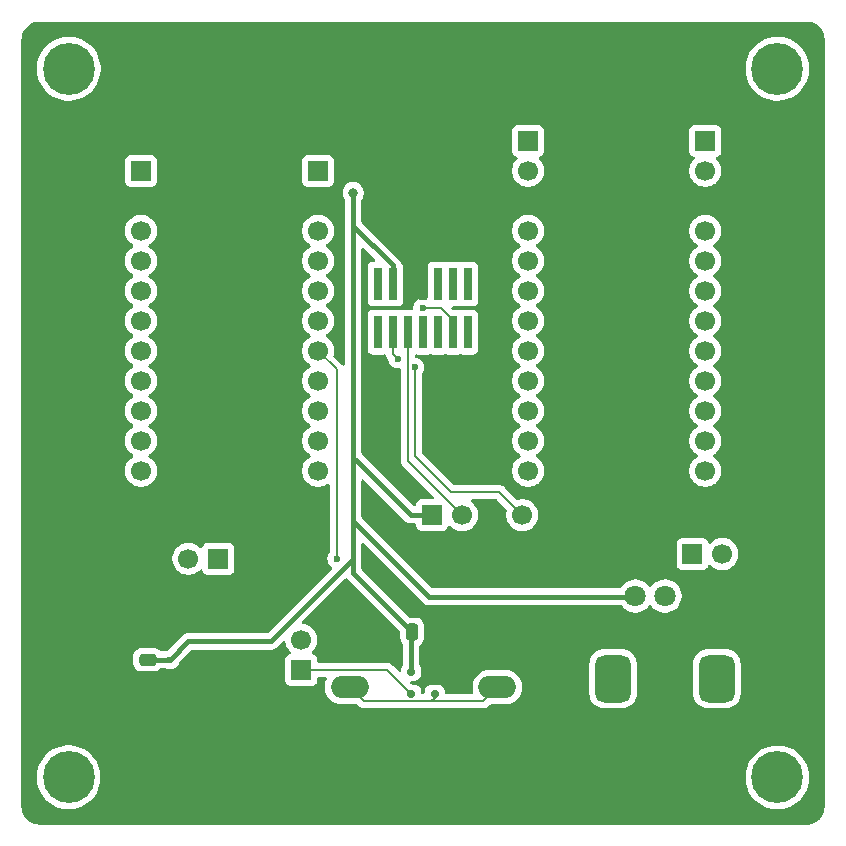
<source format=gbl>
G04 #@! TF.GenerationSoftware,KiCad,Pcbnew,9.0.6*
G04 #@! TF.CreationDate,2025-12-10T23:32:01+01:00*
G04 #@! TF.ProjectId,floppyv3_expansion,666c6f70-7079-4763-935f-657870616e73,rev?*
G04 #@! TF.SameCoordinates,Original*
G04 #@! TF.FileFunction,Copper,L2,Bot*
G04 #@! TF.FilePolarity,Positive*
%FSLAX46Y46*%
G04 Gerber Fmt 4.6, Leading zero omitted, Abs format (unit mm)*
G04 Created by KiCad (PCBNEW 9.0.6) date 2025-12-10 23:32:01*
%MOMM*%
%LPD*%
G01*
G04 APERTURE LIST*
G04 Aperture macros list*
%AMRoundRect*
0 Rectangle with rounded corners*
0 $1 Rounding radius*
0 $2 $3 $4 $5 $6 $7 $8 $9 X,Y pos of 4 corners*
0 Add a 4 corners polygon primitive as box body*
4,1,4,$2,$3,$4,$5,$6,$7,$8,$9,$2,$3,0*
0 Add four circle primitives for the rounded corners*
1,1,$1+$1,$2,$3*
1,1,$1+$1,$4,$5*
1,1,$1+$1,$6,$7*
1,1,$1+$1,$8,$9*
0 Add four rect primitives between the rounded corners*
20,1,$1+$1,$2,$3,$4,$5,0*
20,1,$1+$1,$4,$5,$6,$7,0*
20,1,$1+$1,$6,$7,$8,$9,0*
20,1,$1+$1,$8,$9,$2,$3,0*%
G04 Aperture macros list end*
G04 #@! TA.AperFunction,ComponentPad*
%ADD10O,3.200000X1.900000*%
G04 #@! TD*
G04 #@! TA.AperFunction,ComponentPad*
%ADD11R,1.800000X1.800000*%
G04 #@! TD*
G04 #@! TA.AperFunction,ComponentPad*
%ADD12C,1.800000*%
G04 #@! TD*
G04 #@! TA.AperFunction,ComponentPad*
%ADD13RoundRect,0.750000X-0.750000X1.250000X-0.750000X-1.250000X0.750000X-1.250000X0.750000X1.250000X0*%
G04 #@! TD*
G04 #@! TA.AperFunction,ComponentPad*
%ADD14C,0.700000*%
G04 #@! TD*
G04 #@! TA.AperFunction,ComponentPad*
%ADD15C,4.400000*%
G04 #@! TD*
G04 #@! TA.AperFunction,ComponentPad*
%ADD16R,1.700000X1.700000*%
G04 #@! TD*
G04 #@! TA.AperFunction,ComponentPad*
%ADD17C,1.700000*%
G04 #@! TD*
G04 #@! TA.AperFunction,SMDPad,CuDef*
%ADD18RoundRect,0.175000X0.175000X0.325000X-0.175000X0.325000X-0.175000X-0.325000X0.175000X-0.325000X0*%
G04 #@! TD*
G04 #@! TA.AperFunction,SMDPad,CuDef*
%ADD19RoundRect,0.150000X0.200000X0.150000X-0.200000X0.150000X-0.200000X-0.150000X0.200000X-0.150000X0*%
G04 #@! TD*
G04 #@! TA.AperFunction,SMDPad,CuDef*
%ADD20RoundRect,0.250000X0.475000X-0.250000X0.475000X0.250000X-0.475000X0.250000X-0.475000X-0.250000X0*%
G04 #@! TD*
G04 #@! TA.AperFunction,SMDPad,CuDef*
%ADD21RoundRect,0.250000X-0.250000X-0.475000X0.250000X-0.475000X0.250000X0.475000X-0.250000X0.475000X0*%
G04 #@! TD*
G04 #@! TA.AperFunction,SMDPad,CuDef*
%ADD22R,0.740000X2.790000*%
G04 #@! TD*
G04 #@! TA.AperFunction,ViaPad*
%ADD23C,0.600000*%
G04 #@! TD*
G04 #@! TA.AperFunction,ViaPad*
%ADD24C,0.800000*%
G04 #@! TD*
G04 #@! TA.AperFunction,Conductor*
%ADD25C,0.400000*%
G04 #@! TD*
G04 #@! TA.AperFunction,Conductor*
%ADD26C,0.200000*%
G04 #@! TD*
G04 APERTURE END LIST*
D10*
G04 #@! TO.P,SW1,1,1*
G04 #@! TO.N,GND*
X108902500Y-116260000D03*
X121402500Y-116260000D03*
G04 #@! TO.P,SW1,2,2*
G04 #@! TO.N,Net-(U1-IN)*
X108902500Y-121260000D03*
X121402500Y-121260000D03*
G04 #@! TD*
D11*
G04 #@! TO.P,RV1,1,1*
G04 #@! TO.N,GND*
X138100000Y-113550000D03*
D12*
G04 #@! TO.P,RV1,2,2*
G04 #@! TO.N,Net-(JP1-A)*
X135600000Y-113550000D03*
G04 #@! TO.P,RV1,3,3*
G04 #@! TO.N,/3V3*
X133100000Y-113550000D03*
D13*
G04 #@! TO.P,RV1,MP*
G04 #@! TO.N,N/C*
X140000000Y-120550000D03*
X131200000Y-120550000D03*
G04 #@! TD*
D14*
G04 #@! TO.P,H1,1*
G04 #@! TO.N,N/C*
X83464200Y-68914200D03*
X83947474Y-67747474D03*
X83947474Y-70080926D03*
X85114200Y-67264200D03*
D15*
X85114200Y-68914200D03*
D14*
X85114200Y-70564200D03*
X86280926Y-67747474D03*
X86280926Y-70080926D03*
X86764200Y-68914200D03*
G04 #@! TD*
D16*
G04 #@! TO.P,JP2,1,A*
G04 #@! TO.N,Net-(JP2-A)*
X104800000Y-119800000D03*
D17*
G04 #@! TO.P,JP2,2,B*
G04 #@! TO.N,/PA0*
X104800000Y-117260000D03*
G04 #@! TD*
D16*
G04 #@! TO.P,JP3,1,A*
G04 #@! TO.N,/PB0*
X97780000Y-110400000D03*
D17*
G04 #@! TO.P,JP3,2,B*
G04 #@! TO.N,Net-(D1-DIN)*
X95240000Y-110400000D03*
G04 #@! TD*
D16*
G04 #@! TO.P,J5,1,Pin_1*
G04 #@! TO.N,/VUSB*
X139008414Y-75016440D03*
D17*
G04 #@! TO.P,J5,2,Pin_2*
G04 #@! TO.N,/VIN*
X139008414Y-77556440D03*
G04 #@! TO.P,J5,3,Pin_3*
G04 #@! TO.N,GND*
X139008414Y-80096440D03*
G04 #@! TO.P,J5,4,Pin_4*
G04 #@! TO.N,/PB3*
X139008414Y-82636440D03*
G04 #@! TO.P,J5,5,Pin_5*
G04 #@! TO.N,/PA14*
X139008414Y-85176440D03*
G04 #@! TO.P,J5,6,Pin_6*
G04 #@! TO.N,/PA13*
X139008414Y-87716440D03*
G04 #@! TO.P,J5,7,Pin_7*
G04 #@! TO.N,/PA12*
X139008414Y-90256440D03*
G04 #@! TO.P,J5,8,Pin_8*
G04 #@! TO.N,/PA11*
X139008414Y-92796440D03*
G04 #@! TO.P,J5,9,Pin_9*
G04 #@! TO.N,/PB0*
X139008414Y-95336440D03*
G04 #@! TO.P,J5,10,Pin_10*
G04 #@! TO.N,/PA7*
X139008414Y-97876440D03*
G04 #@! TO.P,J5,11,Pin_11*
G04 #@! TO.N,/PA6*
X139008414Y-100416440D03*
G04 #@! TO.P,J5,12,Pin_12*
G04 #@! TO.N,/PA5*
X139008414Y-102956440D03*
G04 #@! TD*
D16*
G04 #@! TO.P,J1,1,Pin_1*
G04 #@! TO.N,/3V3*
X91228414Y-77556440D03*
D17*
G04 #@! TO.P,J1,2,Pin_2*
G04 #@! TO.N,GND*
X91228414Y-80096440D03*
G04 #@! TO.P,J1,3,Pin_3*
G04 #@! TO.N,/NRST*
X91228414Y-82636440D03*
G04 #@! TO.P,J1,4,Pin_4*
G04 #@! TO.N,/PB7*
X91228414Y-85176440D03*
G04 #@! TO.P,J1,5,Pin_5*
G04 #@! TO.N,/PC14*
X91228414Y-87716440D03*
G04 #@! TO.P,J1,6,Pin_6*
G04 #@! TO.N,/PC15*
X91228414Y-90256440D03*
G04 #@! TO.P,J1,7,Pin_7*
G04 #@! TO.N,/PA0*
X91228414Y-92796440D03*
G04 #@! TO.P,J1,8,Pin_8*
G04 #@! TO.N,/PA1*
X91228414Y-95336440D03*
G04 #@! TO.P,J1,9,Pin_9*
G04 #@! TO.N,/PA2*
X91228414Y-97876440D03*
G04 #@! TO.P,J1,10,Pin_10*
G04 #@! TO.N,/PA3*
X91228414Y-100416440D03*
G04 #@! TO.P,J1,11,Pin_11*
G04 #@! TO.N,/PA4*
X91228414Y-102956440D03*
G04 #@! TD*
D16*
G04 #@! TO.P,J3,1,Pin_1*
G04 #@! TO.N,/3V3*
X115888414Y-106701440D03*
D17*
G04 #@! TO.P,J3,2,Pin_2*
G04 #@! TO.N,/T_SCK*
X118428414Y-106701440D03*
G04 #@! TO.P,J3,3,Pin_3*
G04 #@! TO.N,GND*
X120968414Y-106701440D03*
G04 #@! TO.P,J3,4,Pin_4*
G04 #@! TO.N,/T_SWD*
X123508414Y-106701440D03*
G04 #@! TD*
D14*
G04 #@! TO.P,H3,1*
G04 #@! TO.N,N/C*
X143464200Y-128914278D03*
X143947474Y-127747552D03*
X143947474Y-130081004D03*
X145114200Y-127264278D03*
D15*
X145114200Y-128914278D03*
D14*
X145114200Y-130564278D03*
X146280926Y-127747552D03*
X146280926Y-130081004D03*
X146764200Y-128914278D03*
G04 #@! TD*
D16*
G04 #@! TO.P,J4,1,Pin_1*
G04 #@! TO.N,/VUSB*
X124008414Y-75016440D03*
D17*
G04 #@! TO.P,J4,2,Pin_2*
G04 #@! TO.N,/VIN*
X124008414Y-77556440D03*
G04 #@! TO.P,J4,3,Pin_3*
G04 #@! TO.N,GND*
X124008414Y-80096440D03*
G04 #@! TO.P,J4,4,Pin_4*
G04 #@! TO.N,/PB3*
X124008414Y-82636440D03*
G04 #@! TO.P,J4,5,Pin_5*
G04 #@! TO.N,/PA14*
X124008414Y-85176440D03*
G04 #@! TO.P,J4,6,Pin_6*
G04 #@! TO.N,/PA13*
X124008414Y-87716440D03*
G04 #@! TO.P,J4,7,Pin_7*
G04 #@! TO.N,/PA12*
X124008414Y-90256440D03*
G04 #@! TO.P,J4,8,Pin_8*
G04 #@! TO.N,/PA11*
X124008414Y-92796440D03*
G04 #@! TO.P,J4,9,Pin_9*
G04 #@! TO.N,/PB0*
X124008414Y-95336440D03*
G04 #@! TO.P,J4,10,Pin_10*
G04 #@! TO.N,/PA7*
X124008414Y-97876440D03*
G04 #@! TO.P,J4,11,Pin_11*
G04 #@! TO.N,/PA6*
X124008414Y-100416440D03*
G04 #@! TO.P,J4,12,Pin_12*
G04 #@! TO.N,/PA5*
X124008414Y-102956440D03*
G04 #@! TD*
D14*
G04 #@! TO.P,H4,1*
G04 #@! TO.N,N/C*
X83449986Y-128899964D03*
X83933260Y-127733238D03*
X83933260Y-130066690D03*
X85099986Y-127249964D03*
D15*
X85099986Y-128899964D03*
D14*
X85099986Y-130549964D03*
X86266712Y-127733238D03*
X86266712Y-130066690D03*
X86749986Y-128899964D03*
G04 #@! TD*
D16*
G04 #@! TO.P,JP1,1,A*
G04 #@! TO.N,Net-(JP1-A)*
X137925000Y-110000000D03*
D17*
G04 #@! TO.P,JP1,2,B*
G04 #@! TO.N,/PA5*
X140465000Y-110000000D03*
G04 #@! TD*
D16*
G04 #@! TO.P,J2,1,Pin_1*
G04 #@! TO.N,/3V3*
X106228414Y-77556440D03*
D17*
G04 #@! TO.P,J2,2,Pin_2*
G04 #@! TO.N,GND*
X106228414Y-80096440D03*
G04 #@! TO.P,J2,3,Pin_3*
G04 #@! TO.N,/NRST*
X106228414Y-82636440D03*
G04 #@! TO.P,J2,4,Pin_4*
G04 #@! TO.N,/PB7*
X106228414Y-85176440D03*
G04 #@! TO.P,J2,5,Pin_5*
G04 #@! TO.N,/PC14*
X106228414Y-87716440D03*
G04 #@! TO.P,J2,6,Pin_6*
G04 #@! TO.N,/PC15*
X106228414Y-90256440D03*
G04 #@! TO.P,J2,7,Pin_7*
G04 #@! TO.N,/PA0*
X106228414Y-92796440D03*
G04 #@! TO.P,J2,8,Pin_8*
G04 #@! TO.N,/PA1*
X106228414Y-95336440D03*
G04 #@! TO.P,J2,9,Pin_9*
G04 #@! TO.N,/PA2*
X106228414Y-97876440D03*
G04 #@! TO.P,J2,10,Pin_10*
G04 #@! TO.N,/PA3*
X106228414Y-100416440D03*
G04 #@! TO.P,J2,11,Pin_11*
G04 #@! TO.N,/PA4*
X106228414Y-102956440D03*
G04 #@! TD*
D14*
G04 #@! TO.P,H2,1*
G04 #@! TO.N,N/C*
X143464200Y-68914200D03*
X143947474Y-67747474D03*
X143947474Y-70080926D03*
X145114200Y-67264200D03*
D15*
X145114200Y-68914200D03*
D14*
X145114200Y-70564200D03*
X146280926Y-67747474D03*
X146280926Y-70080926D03*
X146764200Y-68914200D03*
G04 #@! TD*
D18*
G04 #@! TO.P,U1,1,GND*
G04 #@! TO.N,GND*
X116100000Y-120150000D03*
D19*
G04 #@! TO.P,U1,2,IN*
G04 #@! TO.N,Net-(U1-IN)*
X116100000Y-121850000D03*
G04 #@! TO.P,U1,3,OUT*
G04 #@! TO.N,Net-(JP2-A)*
X114100000Y-121850000D03*
G04 #@! TO.P,U1,4,VCC*
G04 #@! TO.N,/3V3*
X114100000Y-119950000D03*
G04 #@! TD*
D20*
G04 #@! TO.P,C2,1*
G04 #@! TO.N,/3V3*
X91800000Y-118940000D03*
G04 #@! TO.P,C2,2*
G04 #@! TO.N,GND*
X91800000Y-117040000D03*
G04 #@! TD*
D21*
G04 #@! TO.P,C1,1*
G04 #@! TO.N,/3V3*
X114200000Y-116600000D03*
G04 #@! TO.P,C1,2*
G04 #@! TO.N,GND*
X116100000Y-116600000D03*
G04 #@! TD*
D22*
G04 #@! TO.P,J6,1,Reserved*
G04 #@! TO.N,unconnected-(J6-Reserved-Pad1)*
X111290000Y-87145000D03*
G04 #@! TO.P,J6,2,Reserved*
G04 #@! TO.N,unconnected-(J6-Reserved-Pad2)*
X111290000Y-91215000D03*
G04 #@! TO.P,J6,3,T_VCC*
G04 #@! TO.N,/3V3*
X112560000Y-87145000D03*
G04 #@! TO.P,J6,4,T_JTMS/T_SWDIO*
G04 #@! TO.N,/T_SWD*
X112560000Y-91215000D03*
G04 #@! TO.P,J6,5,GND*
G04 #@! TO.N,GND*
X113830000Y-87145000D03*
G04 #@! TO.P,J6,6,T_JCLK/T_SWCLK*
G04 #@! TO.N,/T_SCK*
X113830000Y-91215000D03*
G04 #@! TO.P,J6,7,GND*
G04 #@! TO.N,GND*
X115100000Y-87145000D03*
G04 #@! TO.P,J6,8,T_JTDO/T_SWO*
G04 #@! TO.N,unconnected-(J6-T_JTDO{slash}T_SWO-Pad8)*
X115100000Y-91215000D03*
G04 #@! TO.P,J6,9,Reserved*
G04 #@! TO.N,unconnected-(J6-Reserved-Pad9)*
X116370000Y-87145000D03*
G04 #@! TO.P,J6,10,T_JTDI/NC*
G04 #@! TO.N,unconnected-(J6-T_JTDI{slash}NC-Pad10)*
X116370000Y-91215000D03*
G04 #@! TO.P,J6,11,GNDDETECT*
G04 #@! TO.N,unconnected-(J6-GNDDETECT-Pad11)*
X117640000Y-87145000D03*
G04 #@! TO.P,J6,12,T_NRST*
G04 #@! TO.N,/NRST*
X117640000Y-91215000D03*
G04 #@! TO.P,J6,13,T_VCP_RX*
G04 #@! TO.N,unconnected-(J6-T_VCP_RX-Pad13)*
X118910000Y-87145000D03*
G04 #@! TO.P,J6,14,T_VCP_TX*
G04 #@! TO.N,unconnected-(J6-T_VCP_TX-Pad14)*
X118910000Y-91215000D03*
G04 #@! TD*
D23*
G04 #@! TO.N,GND*
X100900000Y-69600000D03*
X118600000Y-100000000D03*
X136000000Y-67400000D03*
X131200000Y-131000000D03*
X119400000Y-83000000D03*
X89800000Y-125400000D03*
X143400000Y-95600000D03*
X147600000Y-113600000D03*
X126000000Y-125600000D03*
X111600000Y-73600000D03*
X90000000Y-71200000D03*
X86400000Y-89600000D03*
X124400000Y-70200000D03*
X84200000Y-101200000D03*
X89400000Y-109400000D03*
X139400000Y-129400000D03*
X83800000Y-80600000D03*
X146000000Y-79600000D03*
X104200000Y-130000000D03*
X97200000Y-75000000D03*
X129000000Y-107200000D03*
X147600000Y-91800000D03*
X101400000Y-105400000D03*
X98600000Y-124000000D03*
X146800000Y-103000000D03*
X115800000Y-69200000D03*
X116400000Y-126600000D03*
X111400000Y-98200000D03*
X92400000Y-129200000D03*
D24*
G04 #@! TO.N,/3V3*
X109200000Y-79400000D03*
D23*
X93710000Y-118940000D03*
G04 #@! TO.N,/NRST*
X115080000Y-89150000D03*
G04 #@! TO.N,/PA0*
X107810000Y-110380000D03*
G04 #@! TO.N,/T_SWD*
X112960000Y-93460000D03*
X114430000Y-94180000D03*
G04 #@! TD*
D25*
G04 #@! TO.N,/3V3*
X109200000Y-111600000D02*
X114200000Y-116600000D01*
X109200000Y-109400000D02*
X109200000Y-111600000D01*
X114100000Y-116700000D02*
X114200000Y-116600000D01*
X114100000Y-119950000D02*
X114100000Y-116700000D01*
D26*
G04 #@! TO.N,Net-(JP2-A)*
X112050000Y-119800000D02*
X104800000Y-119800000D01*
X114100000Y-121850000D02*
X112050000Y-119800000D01*
G04 #@! TO.N,Net-(U1-IN)*
X116100000Y-122151000D02*
X115800000Y-122451000D01*
X116100000Y-121850000D02*
X116100000Y-122151000D01*
X115800000Y-122451000D02*
X120211500Y-122451000D01*
X120211500Y-122451000D02*
X121402500Y-121260000D01*
X110093500Y-122451000D02*
X115800000Y-122451000D01*
X108902500Y-121260000D02*
X110093500Y-122451000D01*
D25*
G04 #@! TO.N,/3V3*
X109200000Y-107200000D02*
X109200000Y-109400000D01*
X109200000Y-102000000D02*
X109200000Y-107200000D01*
X112560000Y-85560000D02*
X112560000Y-87145000D01*
X109200000Y-87600000D02*
X109200000Y-102000000D01*
X109200000Y-110400000D02*
X109200000Y-109400000D01*
X109400000Y-102000000D02*
X114101440Y-106701440D01*
X109200000Y-82200000D02*
X112560000Y-85560000D01*
X109200000Y-79400000D02*
X109200000Y-82200000D01*
X115600000Y-113600000D02*
X133050000Y-113600000D01*
X102200000Y-117400000D02*
X109200000Y-110400000D01*
X109200000Y-107200000D02*
X115600000Y-113600000D01*
X114101440Y-106701440D02*
X115888414Y-106701440D01*
X109200000Y-102000000D02*
X109400000Y-102000000D01*
X95250000Y-117400000D02*
X102200000Y-117400000D01*
X133050000Y-113600000D02*
X133100000Y-113550000D01*
X109200000Y-82200000D02*
X109200000Y-87600000D01*
X93710000Y-118940000D02*
X91800000Y-118940000D01*
X93710000Y-118940000D02*
X95250000Y-117400000D01*
D26*
G04 #@! TO.N,/NRST*
X117640000Y-90190000D02*
X117640000Y-91215000D01*
X116600000Y-89150000D02*
X117640000Y-90190000D01*
X115080000Y-89150000D02*
X116600000Y-89150000D01*
G04 #@! TO.N,/PA0*
X107799000Y-94367026D02*
X106228414Y-92796440D01*
X107810000Y-110380000D02*
X107799000Y-110369000D01*
X107799000Y-110369000D02*
X107799000Y-94367026D01*
G04 #@! TO.N,/T_SWD*
X121566974Y-104760000D02*
X117450000Y-104760000D01*
X117450000Y-104760000D02*
X114428963Y-101738963D01*
X112560000Y-93060000D02*
X112560000Y-91215000D01*
X114428963Y-101738963D02*
X114430000Y-101737926D01*
X112960000Y-93460000D02*
X112560000Y-93060000D01*
X114430000Y-101737926D02*
X114430000Y-94180000D01*
X123508414Y-106701440D02*
X121566974Y-104760000D01*
G04 #@! TO.N,/T_SCK*
X113830000Y-102103026D02*
X113830000Y-91215000D01*
X118428414Y-106701440D02*
X113830000Y-102103026D01*
G04 #@! TD*
G04 #@! TA.AperFunction,Conductor*
G04 #@! TO.N,GND*
G36*
X108643333Y-112049836D02*
G01*
X108687680Y-112078337D01*
X113163181Y-116553838D01*
X113196666Y-116615161D01*
X113199500Y-116641519D01*
X113199500Y-117125001D01*
X113199501Y-117125019D01*
X113210000Y-117227796D01*
X113210001Y-117227799D01*
X113265185Y-117394331D01*
X113265187Y-117394336D01*
X113357289Y-117543657D01*
X113363181Y-117549549D01*
X113396666Y-117610872D01*
X113399500Y-117637230D01*
X113399500Y-119334484D01*
X113382232Y-119397605D01*
X113298255Y-119539603D01*
X113298254Y-119539606D01*
X113252402Y-119697426D01*
X113252401Y-119697432D01*
X113249500Y-119734298D01*
X113249500Y-119850902D01*
X113229815Y-119917941D01*
X113177011Y-119963696D01*
X113107853Y-119973640D01*
X113044297Y-119944615D01*
X113037819Y-119938583D01*
X112537590Y-119438355D01*
X112537588Y-119438352D01*
X112418717Y-119319481D01*
X112418716Y-119319480D01*
X112331904Y-119269360D01*
X112331904Y-119269359D01*
X112331900Y-119269358D01*
X112281785Y-119240423D01*
X112129057Y-119199499D01*
X111970943Y-119199499D01*
X111963347Y-119199499D01*
X111963331Y-119199500D01*
X106274499Y-119199500D01*
X106207460Y-119179815D01*
X106161705Y-119127011D01*
X106150499Y-119075500D01*
X106150499Y-118902129D01*
X106150498Y-118902123D01*
X106150497Y-118902116D01*
X106144091Y-118842517D01*
X106093796Y-118707669D01*
X106093795Y-118707668D01*
X106093793Y-118707664D01*
X106007547Y-118592455D01*
X106007544Y-118592452D01*
X105892335Y-118506206D01*
X105892328Y-118506202D01*
X105760917Y-118457189D01*
X105704983Y-118415318D01*
X105680566Y-118349853D01*
X105695418Y-118281580D01*
X105716563Y-118253332D01*
X105830104Y-118139792D01*
X105860986Y-118097287D01*
X105955048Y-117967820D01*
X105955047Y-117967820D01*
X105955051Y-117967816D01*
X106051557Y-117778412D01*
X106117246Y-117576243D01*
X106150500Y-117366287D01*
X106150500Y-117153713D01*
X106117246Y-116943757D01*
X106051557Y-116741588D01*
X105955051Y-116552184D01*
X105955049Y-116552181D01*
X105955048Y-116552179D01*
X105830109Y-116380213D01*
X105679786Y-116229890D01*
X105507820Y-116104951D01*
X105318414Y-116008444D01*
X105318413Y-116008443D01*
X105318412Y-116008443D01*
X105116243Y-115942754D01*
X105116241Y-115942753D01*
X105116239Y-115942753D01*
X104952304Y-115916788D01*
X104889169Y-115886859D01*
X104852238Y-115827547D01*
X104853236Y-115757684D01*
X104884019Y-115706636D01*
X108512320Y-112078335D01*
X108573641Y-112044852D01*
X108643333Y-112049836D01*
G37*
G04 #@! TD.AperFunction*
G04 #@! TA.AperFunction,Conductor*
G36*
X147548317Y-64914735D02*
G01*
X147548318Y-64914736D01*
X147609784Y-64914736D01*
X147618627Y-64915051D01*
X147818763Y-64929367D01*
X147836272Y-64931884D01*
X148028008Y-64973596D01*
X148044960Y-64978574D01*
X148228803Y-65047146D01*
X148244889Y-65054492D01*
X148417049Y-65148501D01*
X148417106Y-65148532D01*
X148431982Y-65158092D01*
X148589014Y-65275648D01*
X148589053Y-65275677D01*
X148602421Y-65287260D01*
X148741171Y-65426014D01*
X148752741Y-65439367D01*
X148850620Y-65570121D01*
X148870326Y-65596446D01*
X148879891Y-65611330D01*
X148973920Y-65783538D01*
X148981269Y-65799631D01*
X149049831Y-65983460D01*
X149054816Y-66000437D01*
X149096520Y-66192167D01*
X149099037Y-66209678D01*
X149113397Y-66410502D01*
X149113713Y-66419346D01*
X149113713Y-66490106D01*
X149113714Y-66490119D01*
X149113714Y-131348352D01*
X149113712Y-131348360D01*
X149113713Y-131377440D01*
X149113713Y-131409829D01*
X149113397Y-131418673D01*
X149099090Y-131618799D01*
X149096573Y-131636312D01*
X149054869Y-131828044D01*
X149049884Y-131845021D01*
X148981322Y-132028849D01*
X148973973Y-132044943D01*
X148879939Y-132217157D01*
X148870373Y-132232041D01*
X148752797Y-132389105D01*
X148741211Y-132402477D01*
X148602465Y-132541221D01*
X148589093Y-132552807D01*
X148432024Y-132670385D01*
X148417139Y-132679951D01*
X148244934Y-132773977D01*
X148228841Y-132781326D01*
X148044998Y-132849891D01*
X148028021Y-132854875D01*
X147836299Y-132896575D01*
X147818786Y-132899092D01*
X147618370Y-132913417D01*
X147609502Y-132913733D01*
X82673716Y-132899465D01*
X82673450Y-132899449D01*
X82665882Y-132899449D01*
X82604422Y-132899449D01*
X82595573Y-132899133D01*
X82395383Y-132884811D01*
X82377868Y-132882292D01*
X82314129Y-132868422D01*
X82186092Y-132840562D01*
X82169114Y-132835575D01*
X81985239Y-132766976D01*
X81969142Y-132759623D01*
X81878674Y-132710210D01*
X81796898Y-132665544D01*
X81782013Y-132655975D01*
X81624921Y-132538341D01*
X81611549Y-132526750D01*
X81472793Y-132387944D01*
X81461207Y-132374568D01*
X81343630Y-132217434D01*
X81334066Y-132202545D01*
X81240050Y-132030268D01*
X81232703Y-132014170D01*
X81164163Y-131830253D01*
X81159188Y-131813289D01*
X81117528Y-131621497D01*
X81115016Y-131603985D01*
X81100814Y-131404477D01*
X81100502Y-131395677D01*
X81100504Y-131388664D01*
X81100524Y-131333479D01*
X81100522Y-131333475D01*
X81100526Y-131324603D01*
X81100517Y-131324490D01*
X81101080Y-128748300D01*
X82399486Y-128748300D01*
X82399486Y-129051627D01*
X82433443Y-129353012D01*
X82433446Y-129353026D01*
X82500939Y-129648735D01*
X82500943Y-129648747D01*
X82601119Y-129935032D01*
X82732719Y-130208302D01*
X82732721Y-130208305D01*
X82894094Y-130465128D01*
X83083207Y-130702268D01*
X83297682Y-130916743D01*
X83534822Y-131105856D01*
X83791645Y-131267229D01*
X84064921Y-131398832D01*
X84279937Y-131474069D01*
X84351202Y-131499006D01*
X84351214Y-131499010D01*
X84646923Y-131566504D01*
X84646932Y-131566505D01*
X84646937Y-131566506D01*
X84847860Y-131589144D01*
X84948323Y-131600463D01*
X84948326Y-131600464D01*
X84948329Y-131600464D01*
X85251646Y-131600464D01*
X85251647Y-131600463D01*
X85426008Y-131580818D01*
X85553034Y-131566506D01*
X85553037Y-131566505D01*
X85553049Y-131566504D01*
X85848758Y-131499010D01*
X86135051Y-131398832D01*
X86408327Y-131267229D01*
X86665150Y-131105856D01*
X86902290Y-130916743D01*
X87116765Y-130702268D01*
X87305878Y-130465128D01*
X87467251Y-130208305D01*
X87598854Y-129935029D01*
X87699032Y-129648736D01*
X87766526Y-129353027D01*
X87800486Y-129051621D01*
X87800486Y-128762614D01*
X142413700Y-128762614D01*
X142413700Y-129065941D01*
X142447657Y-129367326D01*
X142447660Y-129367340D01*
X142515153Y-129663049D01*
X142515157Y-129663061D01*
X142615333Y-129949346D01*
X142746933Y-130222616D01*
X142746935Y-130222619D01*
X142908308Y-130479442D01*
X143097421Y-130716582D01*
X143311896Y-130931057D01*
X143549036Y-131120170D01*
X143805859Y-131281543D01*
X144079135Y-131413146D01*
X144294151Y-131488383D01*
X144365416Y-131513320D01*
X144365428Y-131513324D01*
X144661137Y-131580818D01*
X144661146Y-131580819D01*
X144661151Y-131580820D01*
X144862074Y-131603458D01*
X144962537Y-131614777D01*
X144962540Y-131614778D01*
X144962543Y-131614778D01*
X145265860Y-131614778D01*
X145265861Y-131614777D01*
X145419894Y-131597422D01*
X145567248Y-131580820D01*
X145567251Y-131580819D01*
X145567263Y-131580818D01*
X145862972Y-131513324D01*
X146149265Y-131413146D01*
X146422541Y-131281543D01*
X146679364Y-131120170D01*
X146916504Y-130931057D01*
X147130979Y-130716582D01*
X147320092Y-130479442D01*
X147481465Y-130222619D01*
X147613068Y-129949343D01*
X147713246Y-129663050D01*
X147780740Y-129367341D01*
X147782355Y-129353012D01*
X147814699Y-129065941D01*
X147814700Y-129065937D01*
X147814700Y-128762618D01*
X147814699Y-128762614D01*
X147780742Y-128461229D01*
X147780741Y-128461224D01*
X147780740Y-128461215D01*
X147713246Y-128165506D01*
X147613068Y-127879213D01*
X147481465Y-127605937D01*
X147320092Y-127349114D01*
X147130979Y-127111974D01*
X146916504Y-126897499D01*
X146679364Y-126708386D01*
X146422541Y-126547013D01*
X146422538Y-126547011D01*
X146149268Y-126415411D01*
X145862983Y-126315235D01*
X145862971Y-126315231D01*
X145634756Y-126263142D01*
X145567263Y-126247738D01*
X145567260Y-126247737D01*
X145567248Y-126247735D01*
X145265863Y-126213778D01*
X145265857Y-126213778D01*
X144962543Y-126213778D01*
X144962536Y-126213778D01*
X144661151Y-126247735D01*
X144661137Y-126247738D01*
X144365428Y-126315231D01*
X144365416Y-126315235D01*
X144079131Y-126415411D01*
X143805861Y-126547011D01*
X143549037Y-126708385D01*
X143311896Y-126897498D01*
X143097420Y-127111974D01*
X142908307Y-127349115D01*
X142746933Y-127605939D01*
X142615333Y-127879209D01*
X142515157Y-128165494D01*
X142515153Y-128165506D01*
X142447660Y-128461215D01*
X142447657Y-128461229D01*
X142413700Y-128762614D01*
X87800486Y-128762614D01*
X87800486Y-128748307D01*
X87789166Y-128647838D01*
X87766528Y-128446915D01*
X87766527Y-128446910D01*
X87766526Y-128446901D01*
X87699032Y-128151192D01*
X87598854Y-127864899D01*
X87467251Y-127591623D01*
X87305878Y-127334800D01*
X87116765Y-127097660D01*
X86902290Y-126883185D01*
X86665150Y-126694072D01*
X86408327Y-126532699D01*
X86408324Y-126532697D01*
X86135054Y-126401097D01*
X85848769Y-126300921D01*
X85848757Y-126300917D01*
X85615749Y-126247735D01*
X85553049Y-126233424D01*
X85553046Y-126233423D01*
X85553034Y-126233421D01*
X85251649Y-126199464D01*
X85251643Y-126199464D01*
X84948329Y-126199464D01*
X84948322Y-126199464D01*
X84646937Y-126233421D01*
X84646923Y-126233424D01*
X84351214Y-126300917D01*
X84351202Y-126300921D01*
X84064917Y-126401097D01*
X83791647Y-126532697D01*
X83534823Y-126694071D01*
X83297682Y-126883184D01*
X83083206Y-127097660D01*
X82894093Y-127334801D01*
X82732719Y-127591625D01*
X82601119Y-127864895D01*
X82500943Y-128151180D01*
X82500939Y-128151192D01*
X82433446Y-128446901D01*
X82433443Y-128446915D01*
X82399486Y-128748300D01*
X81101080Y-128748300D01*
X81103291Y-118639983D01*
X90574500Y-118639983D01*
X90574500Y-119240001D01*
X90574501Y-119240019D01*
X90585000Y-119342796D01*
X90585001Y-119342799D01*
X90614323Y-119431286D01*
X90640186Y-119509334D01*
X90732288Y-119658656D01*
X90856344Y-119782712D01*
X91005666Y-119874814D01*
X91172203Y-119929999D01*
X91274991Y-119940500D01*
X92325008Y-119940499D01*
X92325016Y-119940498D01*
X92325019Y-119940498D01*
X92381302Y-119934748D01*
X92427797Y-119929999D01*
X92594334Y-119874814D01*
X92743656Y-119782712D01*
X92849550Y-119676818D01*
X92910873Y-119643334D01*
X92937231Y-119640500D01*
X93284684Y-119640500D01*
X93332136Y-119649939D01*
X93446781Y-119697426D01*
X93476503Y-119709737D01*
X93599979Y-119734298D01*
X93631153Y-119740499D01*
X93631156Y-119740500D01*
X93631158Y-119740500D01*
X93788844Y-119740500D01*
X93788845Y-119740499D01*
X93943497Y-119709737D01*
X94089179Y-119649394D01*
X94220289Y-119561789D01*
X94331789Y-119450289D01*
X94419394Y-119319179D01*
X94419395Y-119319176D01*
X94419397Y-119319173D01*
X94479192Y-119174812D01*
X94506069Y-119134586D01*
X95503838Y-118136819D01*
X95565161Y-118103334D01*
X95591519Y-118100500D01*
X102268996Y-118100500D01*
X102360040Y-118082389D01*
X102404328Y-118073580D01*
X102468069Y-118047177D01*
X102531807Y-118020777D01*
X102531808Y-118020776D01*
X102531811Y-118020775D01*
X102646543Y-117944114D01*
X103246636Y-117344019D01*
X103307957Y-117310536D01*
X103377648Y-117315520D01*
X103433582Y-117357391D01*
X103456788Y-117412304D01*
X103478526Y-117549549D01*
X103482754Y-117576243D01*
X103536858Y-117742758D01*
X103548444Y-117778414D01*
X103644951Y-117967820D01*
X103769890Y-118139786D01*
X103883430Y-118253326D01*
X103916915Y-118314649D01*
X103911931Y-118384341D01*
X103870059Y-118440274D01*
X103839083Y-118457189D01*
X103707669Y-118506203D01*
X103707664Y-118506206D01*
X103592455Y-118592452D01*
X103592452Y-118592455D01*
X103506206Y-118707664D01*
X103506202Y-118707671D01*
X103455908Y-118842517D01*
X103449501Y-118902116D01*
X103449501Y-118902123D01*
X103449500Y-118902135D01*
X103449500Y-120697870D01*
X103449501Y-120697876D01*
X103455908Y-120757483D01*
X103506202Y-120892328D01*
X103506206Y-120892335D01*
X103592452Y-121007544D01*
X103592455Y-121007547D01*
X103707664Y-121093793D01*
X103707671Y-121093797D01*
X103842517Y-121144091D01*
X103842516Y-121144091D01*
X103849444Y-121144835D01*
X103902127Y-121150500D01*
X105697872Y-121150499D01*
X105757483Y-121144091D01*
X105892331Y-121093796D01*
X106007546Y-121007546D01*
X106093796Y-120892331D01*
X106144091Y-120757483D01*
X106150500Y-120697873D01*
X106150500Y-120524500D01*
X106170185Y-120457461D01*
X106222989Y-120411706D01*
X106274500Y-120400500D01*
X106860153Y-120400500D01*
X106927192Y-120420185D01*
X106972947Y-120472989D01*
X106982891Y-120542147D01*
X106970638Y-120580795D01*
X106908270Y-120703196D01*
X106837715Y-120920339D01*
X106802000Y-121145837D01*
X106802000Y-121374162D01*
X106837715Y-121599660D01*
X106908270Y-121816803D01*
X106999786Y-121996412D01*
X107011921Y-122020228D01*
X107146121Y-122204937D01*
X107307563Y-122366379D01*
X107492272Y-122500579D01*
X107588384Y-122549550D01*
X107695696Y-122604229D01*
X107695698Y-122604229D01*
X107695701Y-122604231D01*
X107812092Y-122642049D01*
X107912839Y-122674784D01*
X108138338Y-122710500D01*
X108138343Y-122710500D01*
X109452403Y-122710500D01*
X109481843Y-122719144D01*
X109511830Y-122725668D01*
X109516845Y-122729422D01*
X109519442Y-122730185D01*
X109540084Y-122746819D01*
X109608639Y-122815374D01*
X109608649Y-122815385D01*
X109612979Y-122819715D01*
X109612980Y-122819716D01*
X109724784Y-122931520D01*
X109724786Y-122931521D01*
X109724790Y-122931524D01*
X109817581Y-122985096D01*
X109861716Y-123010577D01*
X109971883Y-123040096D01*
X110014442Y-123051500D01*
X110014443Y-123051500D01*
X115720939Y-123051500D01*
X115720943Y-123051501D01*
X115879057Y-123051501D01*
X115879061Y-123051500D01*
X120124831Y-123051500D01*
X120124847Y-123051501D01*
X120132443Y-123051501D01*
X120290554Y-123051501D01*
X120290557Y-123051501D01*
X120443285Y-123010577D01*
X120493404Y-122981639D01*
X120580216Y-122931520D01*
X120692020Y-122819716D01*
X120692021Y-122819713D01*
X120764918Y-122746817D01*
X120826242Y-122713333D01*
X120852598Y-122710500D01*
X122166662Y-122710500D01*
X122392160Y-122674784D01*
X122609299Y-122604231D01*
X122812728Y-122500579D01*
X122997437Y-122366379D01*
X123158879Y-122204937D01*
X123293079Y-122020228D01*
X123396731Y-121816799D01*
X123467284Y-121599660D01*
X123467638Y-121597426D01*
X123503000Y-121374162D01*
X123503000Y-121145837D01*
X123467284Y-120920339D01*
X123412099Y-120750499D01*
X123396731Y-120703201D01*
X123396729Y-120703198D01*
X123396729Y-120703196D01*
X123314670Y-120542147D01*
X123293079Y-120499772D01*
X123158879Y-120315063D01*
X122997437Y-120153621D01*
X122812728Y-120019421D01*
X122722878Y-119973640D01*
X122609303Y-119915770D01*
X122392160Y-119845215D01*
X122166662Y-119809500D01*
X122166657Y-119809500D01*
X120638343Y-119809500D01*
X120638338Y-119809500D01*
X120412839Y-119845215D01*
X120195696Y-119915770D01*
X119992271Y-120019421D01*
X119807561Y-120153622D01*
X119646122Y-120315061D01*
X119511921Y-120499771D01*
X119408270Y-120703196D01*
X119337715Y-120920339D01*
X119302000Y-121145837D01*
X119302000Y-121374162D01*
X119337716Y-121599661D01*
X119337716Y-121599664D01*
X119366478Y-121688182D01*
X119368473Y-121758023D01*
X119332393Y-121817856D01*
X119269692Y-121848684D01*
X119248547Y-121850500D01*
X117074500Y-121850500D01*
X117007461Y-121830815D01*
X116961706Y-121778011D01*
X116950500Y-121726500D01*
X116950500Y-121634313D01*
X116950499Y-121634298D01*
X116947598Y-121597432D01*
X116947597Y-121597426D01*
X116901745Y-121439606D01*
X116901744Y-121439603D01*
X116901744Y-121439602D01*
X116818081Y-121298135D01*
X116818079Y-121298133D01*
X116818076Y-121298129D01*
X116701870Y-121181923D01*
X116701862Y-121181917D01*
X116560396Y-121098255D01*
X116560393Y-121098254D01*
X116402573Y-121052402D01*
X116402567Y-121052401D01*
X116365701Y-121049500D01*
X116365694Y-121049500D01*
X115834306Y-121049500D01*
X115834298Y-121049500D01*
X115797432Y-121052401D01*
X115797426Y-121052402D01*
X115639606Y-121098254D01*
X115639603Y-121098255D01*
X115498137Y-121181917D01*
X115498129Y-121181923D01*
X115381923Y-121298129D01*
X115381917Y-121298137D01*
X115298255Y-121439603D01*
X115298254Y-121439606D01*
X115252402Y-121597426D01*
X115252401Y-121597432D01*
X115249500Y-121634298D01*
X115249500Y-121726500D01*
X115246949Y-121735185D01*
X115248238Y-121744147D01*
X115237259Y-121768187D01*
X115229815Y-121793539D01*
X115222974Y-121799466D01*
X115219213Y-121807703D01*
X115196978Y-121821992D01*
X115177011Y-121839294D01*
X115166496Y-121841581D01*
X115160435Y-121845477D01*
X115125500Y-121850500D01*
X115074500Y-121850500D01*
X115007461Y-121830815D01*
X114961706Y-121778011D01*
X114950500Y-121726500D01*
X114950500Y-121634313D01*
X114950499Y-121634298D01*
X114947598Y-121597432D01*
X114947597Y-121597426D01*
X114901745Y-121439606D01*
X114901744Y-121439603D01*
X114901744Y-121439602D01*
X114818081Y-121298135D01*
X114818079Y-121298133D01*
X114818076Y-121298129D01*
X114701870Y-121181923D01*
X114701862Y-121181917D01*
X114560396Y-121098255D01*
X114560393Y-121098254D01*
X114402573Y-121052402D01*
X114402567Y-121052401D01*
X114365701Y-121049500D01*
X114365694Y-121049500D01*
X114200098Y-121049500D01*
X114170657Y-121040855D01*
X114140671Y-121034332D01*
X114135655Y-121030577D01*
X114133059Y-121029815D01*
X114112417Y-121013181D01*
X114061417Y-120962181D01*
X114027932Y-120900858D01*
X114032916Y-120831166D01*
X114074788Y-120775233D01*
X114140252Y-120750816D01*
X114149098Y-120750500D01*
X114365686Y-120750500D01*
X114365694Y-120750500D01*
X114402569Y-120747598D01*
X114402571Y-120747597D01*
X114402573Y-120747597D01*
X114444191Y-120735505D01*
X114560398Y-120701744D01*
X114701865Y-120618081D01*
X114818081Y-120501865D01*
X114901744Y-120360398D01*
X114947598Y-120202569D01*
X114950500Y-120165694D01*
X114950500Y-119734306D01*
X114947598Y-119697431D01*
X114941609Y-119676818D01*
X114901745Y-119539606D01*
X114901744Y-119539603D01*
X114901744Y-119539602D01*
X114841865Y-119438352D01*
X114817768Y-119397605D01*
X114813417Y-119381703D01*
X114805523Y-119369419D01*
X114800500Y-119334484D01*
X114800500Y-119235777D01*
X129199500Y-119235777D01*
X129199500Y-121864208D01*
X129199501Y-121864223D01*
X129209904Y-121996413D01*
X129209905Y-121996420D01*
X129264902Y-122214678D01*
X129264903Y-122214681D01*
X129357991Y-122419622D01*
X129357997Y-122419632D01*
X129486174Y-122604645D01*
X129486178Y-122604650D01*
X129486181Y-122604654D01*
X129645346Y-122763819D01*
X129645350Y-122763822D01*
X129645354Y-122763825D01*
X129711285Y-122809502D01*
X129830374Y-122892007D01*
X130035317Y-122985096D01*
X130035321Y-122985097D01*
X130253579Y-123040094D01*
X130253581Y-123040094D01*
X130253588Y-123040096D01*
X130385783Y-123050500D01*
X132014216Y-123050499D01*
X132146412Y-123040096D01*
X132364683Y-122985096D01*
X132569626Y-122892007D01*
X132754654Y-122763819D01*
X132913819Y-122604654D01*
X133042007Y-122419626D01*
X133135096Y-122214683D01*
X133190096Y-121996412D01*
X133200500Y-121864217D01*
X133200499Y-119235784D01*
X133200498Y-119235777D01*
X137999500Y-119235777D01*
X137999500Y-121864208D01*
X137999501Y-121864223D01*
X138009904Y-121996413D01*
X138009905Y-121996420D01*
X138064902Y-122214678D01*
X138064903Y-122214681D01*
X138157991Y-122419622D01*
X138157997Y-122419632D01*
X138286174Y-122604645D01*
X138286178Y-122604650D01*
X138286181Y-122604654D01*
X138445346Y-122763819D01*
X138445350Y-122763822D01*
X138445354Y-122763825D01*
X138511285Y-122809502D01*
X138630374Y-122892007D01*
X138835317Y-122985096D01*
X138835321Y-122985097D01*
X139053579Y-123040094D01*
X139053581Y-123040094D01*
X139053588Y-123040096D01*
X139185783Y-123050500D01*
X140814216Y-123050499D01*
X140946412Y-123040096D01*
X141164683Y-122985096D01*
X141369626Y-122892007D01*
X141554654Y-122763819D01*
X141713819Y-122604654D01*
X141842007Y-122419626D01*
X141935096Y-122214683D01*
X141990096Y-121996412D01*
X142000500Y-121864217D01*
X142000499Y-119235784D01*
X141990096Y-119103588D01*
X141983018Y-119075500D01*
X141935097Y-118885321D01*
X141935096Y-118885318D01*
X141854405Y-118707671D01*
X141842007Y-118680374D01*
X141810297Y-118634603D01*
X141713825Y-118495354D01*
X141713822Y-118495350D01*
X141713819Y-118495346D01*
X141554654Y-118336181D01*
X141554650Y-118336178D01*
X141554645Y-118336174D01*
X141369632Y-118207997D01*
X141369630Y-118207995D01*
X141369626Y-118207993D01*
X141359034Y-118203182D01*
X141164681Y-118114903D01*
X141164678Y-118114902D01*
X140946420Y-118059905D01*
X140946413Y-118059904D01*
X140902347Y-118056436D01*
X140814217Y-118049500D01*
X140814215Y-118049500D01*
X139185791Y-118049500D01*
X139185776Y-118049501D01*
X139053586Y-118059904D01*
X139053579Y-118059905D01*
X138835321Y-118114902D01*
X138835318Y-118114903D01*
X138630377Y-118207991D01*
X138630367Y-118207997D01*
X138445354Y-118336174D01*
X138445342Y-118336184D01*
X138286184Y-118495342D01*
X138286174Y-118495354D01*
X138157997Y-118680367D01*
X138157991Y-118680377D01*
X138064903Y-118885318D01*
X138064902Y-118885321D01*
X138009905Y-119103579D01*
X138009904Y-119103586D01*
X137999500Y-119235777D01*
X133200498Y-119235777D01*
X133190096Y-119103588D01*
X133183018Y-119075500D01*
X133135097Y-118885321D01*
X133135096Y-118885318D01*
X133054405Y-118707671D01*
X133042007Y-118680374D01*
X133010297Y-118634603D01*
X132913825Y-118495354D01*
X132913822Y-118495350D01*
X132913819Y-118495346D01*
X132754654Y-118336181D01*
X132754650Y-118336178D01*
X132754645Y-118336174D01*
X132569632Y-118207997D01*
X132569630Y-118207995D01*
X132569626Y-118207993D01*
X132559034Y-118203182D01*
X132364681Y-118114903D01*
X132364678Y-118114902D01*
X132146420Y-118059905D01*
X132146413Y-118059904D01*
X132102347Y-118056436D01*
X132014217Y-118049500D01*
X132014215Y-118049500D01*
X130385791Y-118049500D01*
X130385776Y-118049501D01*
X130253586Y-118059904D01*
X130253579Y-118059905D01*
X130035321Y-118114902D01*
X130035318Y-118114903D01*
X129830377Y-118207991D01*
X129830367Y-118207997D01*
X129645354Y-118336174D01*
X129645342Y-118336184D01*
X129486184Y-118495342D01*
X129486174Y-118495354D01*
X129357997Y-118680367D01*
X129357991Y-118680377D01*
X129264903Y-118885318D01*
X129264902Y-118885321D01*
X129209905Y-119103579D01*
X129209904Y-119103586D01*
X129199500Y-119235777D01*
X114800500Y-119235777D01*
X114800500Y-117809797D01*
X114820185Y-117742758D01*
X114859403Y-117704258D01*
X114918656Y-117667712D01*
X115042712Y-117543656D01*
X115134814Y-117394334D01*
X115189999Y-117227797D01*
X115200500Y-117125009D01*
X115200499Y-116074992D01*
X115189999Y-115972203D01*
X115134814Y-115805666D01*
X115042712Y-115656344D01*
X114918656Y-115532288D01*
X114769334Y-115440186D01*
X114602797Y-115385001D01*
X114602795Y-115385000D01*
X114500016Y-115374500D01*
X114500009Y-115374500D01*
X114016519Y-115374500D01*
X113949480Y-115354815D01*
X113928838Y-115338181D01*
X109936819Y-111346162D01*
X109903334Y-111284839D01*
X109900500Y-111258481D01*
X109900500Y-109190519D01*
X109920185Y-109123480D01*
X109972989Y-109077725D01*
X110042147Y-109067781D01*
X110105703Y-109096806D01*
X110112181Y-109102838D01*
X115153453Y-114144111D01*
X115153454Y-114144112D01*
X115268192Y-114220777D01*
X115395667Y-114273578D01*
X115395672Y-114273580D01*
X115395676Y-114273580D01*
X115395677Y-114273581D01*
X115531003Y-114300500D01*
X115531006Y-114300500D01*
X115531007Y-114300500D01*
X131850976Y-114300500D01*
X131918015Y-114320185D01*
X131951295Y-114351616D01*
X132031754Y-114462361D01*
X132187636Y-114618243D01*
X132187641Y-114618247D01*
X132343192Y-114731260D01*
X132365978Y-114747815D01*
X132494375Y-114813237D01*
X132562393Y-114847895D01*
X132562396Y-114847896D01*
X132667221Y-114881955D01*
X132772049Y-114916015D01*
X132989778Y-114950500D01*
X132989779Y-114950500D01*
X133210221Y-114950500D01*
X133210222Y-114950500D01*
X133427951Y-114916015D01*
X133637606Y-114847895D01*
X133834022Y-114747815D01*
X134012365Y-114618242D01*
X134168242Y-114462365D01*
X134249682Y-114350270D01*
X134305011Y-114307606D01*
X134374624Y-114301627D01*
X134436420Y-114334232D01*
X134450313Y-114350265D01*
X134451295Y-114351616D01*
X134531758Y-114462365D01*
X134687636Y-114618243D01*
X134687641Y-114618247D01*
X134843192Y-114731260D01*
X134865978Y-114747815D01*
X134994375Y-114813237D01*
X135062393Y-114847895D01*
X135062396Y-114847896D01*
X135167221Y-114881955D01*
X135272049Y-114916015D01*
X135489778Y-114950500D01*
X135489779Y-114950500D01*
X135710221Y-114950500D01*
X135710222Y-114950500D01*
X135927951Y-114916015D01*
X136137606Y-114847895D01*
X136334022Y-114747815D01*
X136512365Y-114618242D01*
X136668242Y-114462365D01*
X136797815Y-114284022D01*
X136897895Y-114087606D01*
X136966015Y-113877951D01*
X137000500Y-113660222D01*
X137000500Y-113439778D01*
X136966015Y-113222049D01*
X136897895Y-113012394D01*
X136897895Y-113012393D01*
X136863237Y-112944375D01*
X136797815Y-112815978D01*
X136749681Y-112749727D01*
X136668247Y-112637641D01*
X136668243Y-112637636D01*
X136512363Y-112481756D01*
X136512358Y-112481752D01*
X136334025Y-112352187D01*
X136334024Y-112352186D01*
X136334022Y-112352185D01*
X136271096Y-112320122D01*
X136137606Y-112252104D01*
X136137603Y-112252103D01*
X135927952Y-112183985D01*
X135819086Y-112166742D01*
X135710222Y-112149500D01*
X135489778Y-112149500D01*
X135417201Y-112160995D01*
X135272047Y-112183985D01*
X135062396Y-112252103D01*
X135062393Y-112252104D01*
X134865974Y-112352187D01*
X134687641Y-112481752D01*
X134687636Y-112481756D01*
X134531756Y-112637636D01*
X134531752Y-112637641D01*
X134450318Y-112749727D01*
X134394989Y-112792393D01*
X134325375Y-112798372D01*
X134263580Y-112765767D01*
X134249682Y-112749727D01*
X134168247Y-112637641D01*
X134168243Y-112637636D01*
X134012363Y-112481756D01*
X134012358Y-112481752D01*
X133834025Y-112352187D01*
X133834024Y-112352186D01*
X133834022Y-112352185D01*
X133771096Y-112320122D01*
X133637606Y-112252104D01*
X133637603Y-112252103D01*
X133427952Y-112183985D01*
X133319086Y-112166742D01*
X133210222Y-112149500D01*
X132989778Y-112149500D01*
X132917201Y-112160995D01*
X132772047Y-112183985D01*
X132562396Y-112252103D01*
X132562393Y-112252104D01*
X132365974Y-112352187D01*
X132187641Y-112481752D01*
X132187636Y-112481756D01*
X132031756Y-112637636D01*
X132031752Y-112637641D01*
X131902187Y-112815973D01*
X131894126Y-112831795D01*
X131846152Y-112882591D01*
X131783641Y-112899500D01*
X115941519Y-112899500D01*
X115874480Y-112879815D01*
X115853838Y-112863181D01*
X112092792Y-109102135D01*
X136574500Y-109102135D01*
X136574500Y-110897870D01*
X136574501Y-110897876D01*
X136580908Y-110957483D01*
X136631202Y-111092328D01*
X136631206Y-111092335D01*
X136717452Y-111207544D01*
X136717455Y-111207547D01*
X136832664Y-111293793D01*
X136832671Y-111293797D01*
X136967517Y-111344091D01*
X136967516Y-111344091D01*
X136974444Y-111344835D01*
X137027127Y-111350500D01*
X138822872Y-111350499D01*
X138882483Y-111344091D01*
X139017331Y-111293796D01*
X139132546Y-111207546D01*
X139218796Y-111092331D01*
X139267810Y-110960916D01*
X139309681Y-110904984D01*
X139375145Y-110880566D01*
X139443418Y-110895417D01*
X139471673Y-110916569D01*
X139585213Y-111030109D01*
X139757179Y-111155048D01*
X139757181Y-111155049D01*
X139757184Y-111155051D01*
X139946588Y-111251557D01*
X140148757Y-111317246D01*
X140358713Y-111350500D01*
X140358714Y-111350500D01*
X140571286Y-111350500D01*
X140571287Y-111350500D01*
X140781243Y-111317246D01*
X140983412Y-111251557D01*
X141172816Y-111155051D01*
X141194789Y-111139086D01*
X141344786Y-111030109D01*
X141344788Y-111030106D01*
X141344792Y-111030104D01*
X141495104Y-110879792D01*
X141495106Y-110879788D01*
X141495109Y-110879786D01*
X141620048Y-110707820D01*
X141620047Y-110707820D01*
X141620051Y-110707816D01*
X141716557Y-110518412D01*
X141782246Y-110316243D01*
X141815500Y-110106287D01*
X141815500Y-109893713D01*
X141782246Y-109683757D01*
X141716557Y-109481588D01*
X141620051Y-109292184D01*
X141620049Y-109292181D01*
X141620048Y-109292179D01*
X141495109Y-109120213D01*
X141344786Y-108969890D01*
X141172820Y-108844951D01*
X140983414Y-108748444D01*
X140983413Y-108748443D01*
X140983412Y-108748443D01*
X140781243Y-108682754D01*
X140781241Y-108682753D01*
X140781240Y-108682753D01*
X140619957Y-108657208D01*
X140571287Y-108649500D01*
X140358713Y-108649500D01*
X140310042Y-108657208D01*
X140148760Y-108682753D01*
X139946585Y-108748444D01*
X139757179Y-108844951D01*
X139585215Y-108969889D01*
X139471673Y-109083431D01*
X139410350Y-109116915D01*
X139340658Y-109111931D01*
X139284725Y-109070059D01*
X139267810Y-109039082D01*
X139218797Y-108907671D01*
X139218793Y-108907664D01*
X139132547Y-108792455D01*
X139132544Y-108792452D01*
X139017335Y-108706206D01*
X139017328Y-108706202D01*
X138882482Y-108655908D01*
X138882483Y-108655908D01*
X138822883Y-108649501D01*
X138822881Y-108649500D01*
X138822873Y-108649500D01*
X138822864Y-108649500D01*
X137027129Y-108649500D01*
X137027123Y-108649501D01*
X136967516Y-108655908D01*
X136832671Y-108706202D01*
X136832664Y-108706206D01*
X136717455Y-108792452D01*
X136717452Y-108792455D01*
X136631206Y-108907664D01*
X136631202Y-108907671D01*
X136580908Y-109042517D01*
X136574501Y-109102116D01*
X136574500Y-109102135D01*
X112092792Y-109102135D01*
X109936819Y-106946162D01*
X109903334Y-106884839D01*
X109900500Y-106858481D01*
X109900500Y-103790519D01*
X109920185Y-103723480D01*
X109972989Y-103677725D01*
X110042147Y-103667781D01*
X110105703Y-103696806D01*
X110112181Y-103702838D01*
X113654893Y-107245551D01*
X113654894Y-107245552D01*
X113769630Y-107322216D01*
X113868230Y-107363057D01*
X113897111Y-107375020D01*
X113897112Y-107375020D01*
X113897117Y-107375022D01*
X113923985Y-107380365D01*
X113923991Y-107380366D01*
X113924031Y-107380374D01*
X114014377Y-107398345D01*
X114032446Y-107401940D01*
X114032447Y-107401940D01*
X114413915Y-107401940D01*
X114480954Y-107421625D01*
X114526709Y-107474429D01*
X114537915Y-107525940D01*
X114537915Y-107599316D01*
X114544322Y-107658923D01*
X114594616Y-107793768D01*
X114594620Y-107793775D01*
X114680866Y-107908984D01*
X114680869Y-107908987D01*
X114796078Y-107995233D01*
X114796085Y-107995237D01*
X114930931Y-108045531D01*
X114930930Y-108045531D01*
X114937858Y-108046275D01*
X114990541Y-108051940D01*
X116786286Y-108051939D01*
X116845897Y-108045531D01*
X116980745Y-107995236D01*
X117095960Y-107908986D01*
X117182210Y-107793771D01*
X117231224Y-107662356D01*
X117273095Y-107606424D01*
X117338559Y-107582006D01*
X117406832Y-107596857D01*
X117435087Y-107618009D01*
X117548627Y-107731549D01*
X117720593Y-107856488D01*
X117720595Y-107856489D01*
X117720598Y-107856491D01*
X117910002Y-107952997D01*
X118112171Y-108018686D01*
X118322127Y-108051940D01*
X118322128Y-108051940D01*
X118534700Y-108051940D01*
X118534701Y-108051940D01*
X118744657Y-108018686D01*
X118946826Y-107952997D01*
X119136230Y-107856491D01*
X119222552Y-107793775D01*
X119308200Y-107731549D01*
X119308202Y-107731546D01*
X119308206Y-107731544D01*
X119458518Y-107581232D01*
X119458520Y-107581228D01*
X119458523Y-107581226D01*
X119583462Y-107409260D01*
X119583461Y-107409260D01*
X119583465Y-107409256D01*
X119679971Y-107219852D01*
X119745660Y-107017683D01*
X119778914Y-106807727D01*
X119778914Y-106595153D01*
X119745660Y-106385197D01*
X119679971Y-106183028D01*
X119583465Y-105993624D01*
X119583463Y-105993621D01*
X119583462Y-105993619D01*
X119458523Y-105821653D01*
X119308206Y-105671336D01*
X119222550Y-105609104D01*
X119189123Y-105584817D01*
X119146458Y-105529489D01*
X119140479Y-105459876D01*
X119173084Y-105398080D01*
X119233923Y-105363723D01*
X119262009Y-105360500D01*
X121266877Y-105360500D01*
X121333916Y-105380185D01*
X121354558Y-105396819D01*
X122174655Y-106216916D01*
X122208140Y-106278239D01*
X122204906Y-106342913D01*
X122191167Y-106385197D01*
X122157914Y-106595153D01*
X122157914Y-106807727D01*
X122191168Y-107017683D01*
X122227989Y-107131007D01*
X122256858Y-107219854D01*
X122353365Y-107409260D01*
X122478304Y-107581226D01*
X122628627Y-107731549D01*
X122800593Y-107856488D01*
X122800595Y-107856489D01*
X122800598Y-107856491D01*
X122990002Y-107952997D01*
X123192171Y-108018686D01*
X123402127Y-108051940D01*
X123402128Y-108051940D01*
X123614700Y-108051940D01*
X123614701Y-108051940D01*
X123824657Y-108018686D01*
X124026826Y-107952997D01*
X124216230Y-107856491D01*
X124302552Y-107793775D01*
X124388200Y-107731549D01*
X124388202Y-107731546D01*
X124388206Y-107731544D01*
X124538518Y-107581232D01*
X124538520Y-107581228D01*
X124538523Y-107581226D01*
X124663462Y-107409260D01*
X124663461Y-107409260D01*
X124663465Y-107409256D01*
X124759971Y-107219852D01*
X124825660Y-107017683D01*
X124858914Y-106807727D01*
X124858914Y-106595153D01*
X124825660Y-106385197D01*
X124759971Y-106183028D01*
X124663465Y-105993624D01*
X124663463Y-105993621D01*
X124663462Y-105993619D01*
X124538523Y-105821653D01*
X124388200Y-105671330D01*
X124216234Y-105546391D01*
X124026828Y-105449884D01*
X124026827Y-105449883D01*
X124026826Y-105449883D01*
X123824657Y-105384194D01*
X123824655Y-105384193D01*
X123824654Y-105384193D01*
X123663371Y-105358648D01*
X123614701Y-105350940D01*
X123402127Y-105350940D01*
X123373420Y-105355486D01*
X123192171Y-105384193D01*
X123149887Y-105397932D01*
X123080046Y-105399926D01*
X123023890Y-105367681D01*
X122054564Y-104398355D01*
X122054562Y-104398352D01*
X121935691Y-104279481D01*
X121935683Y-104279475D01*
X121811878Y-104207997D01*
X121811875Y-104207996D01*
X121811873Y-104207995D01*
X121798759Y-104200423D01*
X121646031Y-104159499D01*
X121487917Y-104159499D01*
X121480321Y-104159499D01*
X121480305Y-104159500D01*
X117750097Y-104159500D01*
X117683058Y-104139815D01*
X117662416Y-104123181D01*
X115066819Y-101527584D01*
X115033334Y-101466261D01*
X115030500Y-101439903D01*
X115030500Y-94759765D01*
X115050185Y-94692726D01*
X115051398Y-94690874D01*
X115139390Y-94559185D01*
X115139390Y-94559184D01*
X115139394Y-94559179D01*
X115199737Y-94413497D01*
X115230500Y-94258842D01*
X115230500Y-94101158D01*
X115230500Y-94101155D01*
X115230499Y-94101153D01*
X115222538Y-94061132D01*
X115199737Y-93946503D01*
X115174885Y-93886504D01*
X115139397Y-93800827D01*
X115139390Y-93800814D01*
X115051789Y-93669711D01*
X115051786Y-93669707D01*
X114940292Y-93558213D01*
X114940288Y-93558210D01*
X114809185Y-93470609D01*
X114809172Y-93470602D01*
X114663501Y-93410264D01*
X114663491Y-93410261D01*
X114530308Y-93383769D01*
X114502177Y-93369054D01*
X114473297Y-93355865D01*
X114471440Y-93352975D01*
X114468397Y-93351384D01*
X114452684Y-93323791D01*
X114435523Y-93297087D01*
X114434862Y-93292493D01*
X114433823Y-93290668D01*
X114430500Y-93262152D01*
X114430500Y-93211066D01*
X114450185Y-93144027D01*
X114502989Y-93098272D01*
X114572147Y-93088328D01*
X114597833Y-93094884D01*
X114622517Y-93104091D01*
X114622516Y-93104091D01*
X114629444Y-93104835D01*
X114682127Y-93110500D01*
X115517872Y-93110499D01*
X115577483Y-93104091D01*
X115691667Y-93061502D01*
X115761358Y-93056519D01*
X115778330Y-93061502D01*
X115876915Y-93098272D01*
X115892517Y-93104091D01*
X115892516Y-93104091D01*
X115899444Y-93104835D01*
X115952127Y-93110500D01*
X116787872Y-93110499D01*
X116847483Y-93104091D01*
X116961667Y-93061502D01*
X117031358Y-93056519D01*
X117048330Y-93061502D01*
X117146915Y-93098272D01*
X117162517Y-93104091D01*
X117162516Y-93104091D01*
X117169444Y-93104835D01*
X117222127Y-93110500D01*
X118057872Y-93110499D01*
X118117483Y-93104091D01*
X118231667Y-93061502D01*
X118301358Y-93056519D01*
X118318330Y-93061502D01*
X118416915Y-93098272D01*
X118432517Y-93104091D01*
X118432516Y-93104091D01*
X118439444Y-93104835D01*
X118492127Y-93110500D01*
X119327872Y-93110499D01*
X119387483Y-93104091D01*
X119522331Y-93053796D01*
X119637546Y-92967546D01*
X119723796Y-92852331D01*
X119774091Y-92717483D01*
X119780500Y-92657873D01*
X119780499Y-89772128D01*
X119774091Y-89712517D01*
X119723796Y-89577669D01*
X119723795Y-89577668D01*
X119723793Y-89577664D01*
X119637547Y-89462455D01*
X119637544Y-89462452D01*
X119522335Y-89376206D01*
X119522328Y-89376202D01*
X119387482Y-89325908D01*
X119387483Y-89325908D01*
X119327883Y-89319501D01*
X119327881Y-89319500D01*
X119327873Y-89319500D01*
X119327864Y-89319500D01*
X118492129Y-89319500D01*
X118492123Y-89319501D01*
X118432516Y-89325908D01*
X118318333Y-89368496D01*
X118287724Y-89370684D01*
X118257353Y-89375052D01*
X118250635Y-89373337D01*
X118248641Y-89373480D01*
X118246400Y-89372256D01*
X118231667Y-89368496D01*
X118117482Y-89325908D01*
X118117483Y-89325908D01*
X118057883Y-89319501D01*
X118057881Y-89319500D01*
X118057873Y-89319500D01*
X118057865Y-89319500D01*
X117670097Y-89319500D01*
X117640656Y-89310855D01*
X117610670Y-89304332D01*
X117605654Y-89300577D01*
X117603058Y-89299815D01*
X117582416Y-89283181D01*
X117551415Y-89252180D01*
X117517930Y-89190857D01*
X117522914Y-89121165D01*
X117564786Y-89065232D01*
X117630250Y-89040815D01*
X117639096Y-89040499D01*
X118057871Y-89040499D01*
X118057872Y-89040499D01*
X118117483Y-89034091D01*
X118231667Y-88991502D01*
X118262275Y-88989314D01*
X118292647Y-88984947D01*
X118296802Y-88986844D01*
X118301358Y-88986519D01*
X118318330Y-88991502D01*
X118432517Y-89034091D01*
X118432516Y-89034091D01*
X118439444Y-89034835D01*
X118492127Y-89040500D01*
X119327872Y-89040499D01*
X119387483Y-89034091D01*
X119522331Y-88983796D01*
X119637546Y-88897546D01*
X119723796Y-88782331D01*
X119774091Y-88647483D01*
X119780500Y-88587873D01*
X119780499Y-85702128D01*
X119774091Y-85642517D01*
X119723796Y-85507669D01*
X119723795Y-85507668D01*
X119723793Y-85507664D01*
X119637547Y-85392455D01*
X119637544Y-85392452D01*
X119522335Y-85306206D01*
X119522328Y-85306202D01*
X119387482Y-85255908D01*
X119387483Y-85255908D01*
X119327883Y-85249501D01*
X119327881Y-85249500D01*
X119327873Y-85249500D01*
X119327864Y-85249500D01*
X118492129Y-85249500D01*
X118492123Y-85249501D01*
X118432516Y-85255908D01*
X118318333Y-85298496D01*
X118248641Y-85303480D01*
X118231667Y-85298496D01*
X118117482Y-85255908D01*
X118117483Y-85255908D01*
X118057883Y-85249501D01*
X118057881Y-85249500D01*
X118057873Y-85249500D01*
X118057864Y-85249500D01*
X117222129Y-85249500D01*
X117222123Y-85249501D01*
X117162516Y-85255908D01*
X117048333Y-85298496D01*
X116978641Y-85303480D01*
X116961667Y-85298496D01*
X116847482Y-85255908D01*
X116847483Y-85255908D01*
X116787883Y-85249501D01*
X116787881Y-85249500D01*
X116787873Y-85249500D01*
X116787864Y-85249500D01*
X115952129Y-85249500D01*
X115952123Y-85249501D01*
X115892516Y-85255908D01*
X115757671Y-85306202D01*
X115757664Y-85306206D01*
X115642455Y-85392452D01*
X115642452Y-85392455D01*
X115556206Y-85507664D01*
X115556202Y-85507671D01*
X115505908Y-85642517D01*
X115500282Y-85694852D01*
X115499501Y-85702123D01*
X115499500Y-85702135D01*
X115499500Y-88271728D01*
X115479815Y-88338767D01*
X115427011Y-88384522D01*
X115357853Y-88394466D01*
X115328052Y-88386291D01*
X115313500Y-88380264D01*
X115313498Y-88380263D01*
X115313497Y-88380263D01*
X115313494Y-88380262D01*
X115313489Y-88380261D01*
X115158845Y-88349500D01*
X115158842Y-88349500D01*
X115001158Y-88349500D01*
X115001155Y-88349500D01*
X114846510Y-88380261D01*
X114846498Y-88380264D01*
X114700827Y-88440602D01*
X114700814Y-88440609D01*
X114569711Y-88528210D01*
X114569707Y-88528213D01*
X114458213Y-88639707D01*
X114458210Y-88639711D01*
X114370609Y-88770814D01*
X114370602Y-88770827D01*
X114310264Y-88916498D01*
X114310261Y-88916510D01*
X114279500Y-89071153D01*
X114279500Y-89195500D01*
X114259815Y-89262539D01*
X114207011Y-89308294D01*
X114155500Y-89319500D01*
X113412129Y-89319500D01*
X113412123Y-89319501D01*
X113352516Y-89325908D01*
X113238333Y-89368496D01*
X113168641Y-89373480D01*
X113151667Y-89368496D01*
X113037482Y-89325908D01*
X113037483Y-89325908D01*
X112977883Y-89319501D01*
X112977881Y-89319500D01*
X112977873Y-89319500D01*
X112977864Y-89319500D01*
X112142129Y-89319500D01*
X112142123Y-89319501D01*
X112082516Y-89325908D01*
X111968333Y-89368496D01*
X111937724Y-89370684D01*
X111907353Y-89375052D01*
X111900635Y-89373337D01*
X111898641Y-89373480D01*
X111896400Y-89372256D01*
X111881667Y-89368496D01*
X111767482Y-89325908D01*
X111767483Y-89325908D01*
X111707883Y-89319501D01*
X111707881Y-89319500D01*
X111707873Y-89319500D01*
X111707864Y-89319500D01*
X110872129Y-89319500D01*
X110872123Y-89319501D01*
X110812516Y-89325908D01*
X110677671Y-89376202D01*
X110677664Y-89376206D01*
X110562455Y-89462452D01*
X110562452Y-89462455D01*
X110476206Y-89577664D01*
X110476202Y-89577671D01*
X110425908Y-89712517D01*
X110423166Y-89738025D01*
X110419501Y-89772123D01*
X110419500Y-89772135D01*
X110419500Y-92657870D01*
X110419501Y-92657876D01*
X110425908Y-92717483D01*
X110476202Y-92852328D01*
X110476206Y-92852335D01*
X110562452Y-92967544D01*
X110562455Y-92967547D01*
X110677664Y-93053793D01*
X110677671Y-93053797D01*
X110812517Y-93104091D01*
X110812516Y-93104091D01*
X110819444Y-93104835D01*
X110872127Y-93110500D01*
X111707872Y-93110499D01*
X111767483Y-93104091D01*
X111801673Y-93091339D01*
X111805730Y-93089826D01*
X111816830Y-93089032D01*
X111826773Y-93084027D01*
X111851064Y-93086583D01*
X111875421Y-93084841D01*
X111885188Y-93090174D01*
X111896259Y-93091339D01*
X111915311Y-93106621D01*
X111936745Y-93118325D01*
X111943500Y-93129234D01*
X111950761Y-93135058D01*
X111961799Y-93158781D01*
X111966630Y-93166583D01*
X111967847Y-93170214D01*
X112000423Y-93291785D01*
X112013741Y-93314852D01*
X112019962Y-93325628D01*
X112019964Y-93325632D01*
X112079475Y-93428709D01*
X112079481Y-93428717D01*
X112125426Y-93474662D01*
X112158911Y-93535985D01*
X112159362Y-93538151D01*
X112190261Y-93693491D01*
X112190264Y-93693501D01*
X112250602Y-93839172D01*
X112250609Y-93839185D01*
X112338210Y-93970288D01*
X112338213Y-93970292D01*
X112449707Y-94081786D01*
X112449711Y-94081789D01*
X112580814Y-94169390D01*
X112580827Y-94169397D01*
X112726498Y-94229735D01*
X112726503Y-94229737D01*
X112872823Y-94258842D01*
X112881153Y-94260499D01*
X112881156Y-94260500D01*
X112881158Y-94260500D01*
X113038843Y-94260500D01*
X113081308Y-94252053D01*
X113150899Y-94258280D01*
X113206077Y-94301142D01*
X113229322Y-94367032D01*
X113229500Y-94373670D01*
X113229500Y-102016356D01*
X113229499Y-102016374D01*
X113229499Y-102182080D01*
X113229498Y-102182080D01*
X113270423Y-102334811D01*
X113299358Y-102384926D01*
X113299359Y-102384930D01*
X113299360Y-102384930D01*
X113349479Y-102471740D01*
X113349481Y-102471743D01*
X113468349Y-102590611D01*
X113468355Y-102590616D01*
X116016998Y-105139259D01*
X116050483Y-105200582D01*
X116045499Y-105270274D01*
X116003627Y-105326207D01*
X115938163Y-105350624D01*
X115929317Y-105350940D01*
X114990543Y-105350940D01*
X114990537Y-105350941D01*
X114930930Y-105357348D01*
X114796085Y-105407642D01*
X114796078Y-105407646D01*
X114680869Y-105493892D01*
X114680866Y-105493895D01*
X114594620Y-105609104D01*
X114594616Y-105609111D01*
X114544322Y-105743957D01*
X114537915Y-105803556D01*
X114537914Y-105803575D01*
X114537914Y-105847895D01*
X114518229Y-105914934D01*
X114465425Y-105960689D01*
X114396267Y-105970633D01*
X114332711Y-105941608D01*
X114326233Y-105935576D01*
X109936819Y-101546162D01*
X109903334Y-101484839D01*
X109900500Y-101458481D01*
X109900500Y-84190519D01*
X109920185Y-84123480D01*
X109972989Y-84077725D01*
X110042147Y-84067781D01*
X110105703Y-84096806D01*
X110112181Y-84102838D01*
X111047162Y-85037819D01*
X111080647Y-85099142D01*
X111075663Y-85168834D01*
X111033791Y-85224767D01*
X110968327Y-85249184D01*
X110959482Y-85249500D01*
X110872130Y-85249500D01*
X110872123Y-85249501D01*
X110812516Y-85255908D01*
X110677671Y-85306202D01*
X110677664Y-85306206D01*
X110562455Y-85392452D01*
X110562452Y-85392455D01*
X110476206Y-85507664D01*
X110476202Y-85507671D01*
X110425908Y-85642517D01*
X110420282Y-85694852D01*
X110419501Y-85702123D01*
X110419500Y-85702135D01*
X110419500Y-88587870D01*
X110419501Y-88587876D01*
X110425908Y-88647483D01*
X110476202Y-88782328D01*
X110476206Y-88782335D01*
X110562452Y-88897544D01*
X110562455Y-88897547D01*
X110677664Y-88983793D01*
X110677671Y-88983797D01*
X110812517Y-89034091D01*
X110812516Y-89034091D01*
X110819444Y-89034835D01*
X110872127Y-89040500D01*
X111707872Y-89040499D01*
X111767483Y-89034091D01*
X111881667Y-88991502D01*
X111912275Y-88989314D01*
X111942647Y-88984947D01*
X111946802Y-88986844D01*
X111951358Y-88986519D01*
X111968330Y-88991502D01*
X112082517Y-89034091D01*
X112082516Y-89034091D01*
X112089444Y-89034835D01*
X112142127Y-89040500D01*
X112977872Y-89040499D01*
X113037483Y-89034091D01*
X113172331Y-88983796D01*
X113287546Y-88897546D01*
X113373796Y-88782331D01*
X113424091Y-88647483D01*
X113430500Y-88587873D01*
X113430499Y-85702128D01*
X113424091Y-85642517D01*
X113373796Y-85507669D01*
X113373795Y-85507668D01*
X113373793Y-85507664D01*
X113287547Y-85392456D01*
X113287548Y-85392456D01*
X113287546Y-85392454D01*
X113258637Y-85370813D01*
X113218390Y-85319002D01*
X113180775Y-85228189D01*
X113104114Y-85113457D01*
X113104112Y-85113454D01*
X110520811Y-82530153D01*
X122657914Y-82530153D01*
X122657914Y-82742726D01*
X122691167Y-82952679D01*
X122756858Y-83154854D01*
X122853365Y-83344260D01*
X122978304Y-83516226D01*
X123128627Y-83666549D01*
X123300596Y-83791490D01*
X123309360Y-83795956D01*
X123360156Y-83843931D01*
X123376950Y-83911752D01*
X123354412Y-83977887D01*
X123309360Y-84016924D01*
X123300596Y-84021389D01*
X123128627Y-84146330D01*
X122978304Y-84296653D01*
X122853365Y-84468619D01*
X122756858Y-84658025D01*
X122691167Y-84860200D01*
X122663035Y-85037819D01*
X122657914Y-85070153D01*
X122657914Y-85282727D01*
X122691168Y-85492683D01*
X122739852Y-85642517D01*
X122756858Y-85694854D01*
X122853365Y-85884260D01*
X122978304Y-86056226D01*
X123128627Y-86206549D01*
X123300596Y-86331490D01*
X123309360Y-86335956D01*
X123360156Y-86383931D01*
X123376950Y-86451752D01*
X123354412Y-86517887D01*
X123309360Y-86556924D01*
X123300596Y-86561389D01*
X123128627Y-86686330D01*
X122978304Y-86836653D01*
X122853365Y-87008619D01*
X122756858Y-87198025D01*
X122691167Y-87400200D01*
X122657914Y-87610153D01*
X122657914Y-87822726D01*
X122691167Y-88032679D01*
X122756858Y-88234854D01*
X122853365Y-88424260D01*
X122978304Y-88596226D01*
X123128627Y-88746549D01*
X123300596Y-88871490D01*
X123309360Y-88875956D01*
X123360156Y-88923931D01*
X123376950Y-88991752D01*
X123354412Y-89057887D01*
X123309360Y-89096924D01*
X123300596Y-89101389D01*
X123128627Y-89226330D01*
X122978304Y-89376653D01*
X122853365Y-89548619D01*
X122756858Y-89738025D01*
X122691167Y-89940200D01*
X122657914Y-90150153D01*
X122657914Y-90362726D01*
X122691167Y-90572679D01*
X122756858Y-90774854D01*
X122853365Y-90964260D01*
X122978304Y-91136226D01*
X123128627Y-91286549D01*
X123300596Y-91411490D01*
X123309360Y-91415956D01*
X123360156Y-91463931D01*
X123376950Y-91531752D01*
X123354412Y-91597887D01*
X123309360Y-91636924D01*
X123300596Y-91641389D01*
X123128627Y-91766330D01*
X122978304Y-91916653D01*
X122853365Y-92088619D01*
X122756858Y-92278025D01*
X122691167Y-92480200D01*
X122657914Y-92690153D01*
X122657914Y-92902726D01*
X122691167Y-93112679D01*
X122691167Y-93112681D01*
X122691168Y-93112683D01*
X122745845Y-93280962D01*
X122756858Y-93314854D01*
X122853365Y-93504260D01*
X122978304Y-93676226D01*
X123128627Y-93826549D01*
X123300596Y-93951490D01*
X123309360Y-93955956D01*
X123360156Y-94003931D01*
X123376950Y-94071752D01*
X123354412Y-94137887D01*
X123309360Y-94176924D01*
X123300596Y-94181389D01*
X123128627Y-94306330D01*
X122978304Y-94456653D01*
X122853365Y-94628619D01*
X122756858Y-94818025D01*
X122691167Y-95020200D01*
X122657914Y-95230153D01*
X122657914Y-95442726D01*
X122691167Y-95652679D01*
X122756858Y-95854854D01*
X122853365Y-96044260D01*
X122978304Y-96216226D01*
X123128627Y-96366549D01*
X123300596Y-96491490D01*
X123309360Y-96495956D01*
X123360156Y-96543931D01*
X123376950Y-96611752D01*
X123354412Y-96677887D01*
X123309360Y-96716924D01*
X123300596Y-96721389D01*
X123128627Y-96846330D01*
X122978304Y-96996653D01*
X122853365Y-97168619D01*
X122756858Y-97358025D01*
X122691167Y-97560200D01*
X122657914Y-97770153D01*
X122657914Y-97982726D01*
X122691167Y-98192679D01*
X122756858Y-98394854D01*
X122853365Y-98584260D01*
X122978304Y-98756226D01*
X123128627Y-98906549D01*
X123300596Y-99031490D01*
X123309360Y-99035956D01*
X123360156Y-99083931D01*
X123376950Y-99151752D01*
X123354412Y-99217887D01*
X123309360Y-99256924D01*
X123300596Y-99261389D01*
X123128627Y-99386330D01*
X122978304Y-99536653D01*
X122853365Y-99708619D01*
X122756858Y-99898025D01*
X122691167Y-100100200D01*
X122657914Y-100310153D01*
X122657914Y-100522726D01*
X122691167Y-100732679D01*
X122756858Y-100934854D01*
X122853365Y-101124260D01*
X122978304Y-101296226D01*
X123128627Y-101446549D01*
X123300596Y-101571490D01*
X123309360Y-101575956D01*
X123360156Y-101623931D01*
X123376950Y-101691752D01*
X123354412Y-101757887D01*
X123309360Y-101796924D01*
X123300596Y-101801389D01*
X123128627Y-101926330D01*
X122978304Y-102076653D01*
X122853365Y-102248619D01*
X122756858Y-102438025D01*
X122691167Y-102640200D01*
X122657914Y-102850153D01*
X122657914Y-103062726D01*
X122691167Y-103272679D01*
X122756858Y-103474854D01*
X122853365Y-103664260D01*
X122978304Y-103836226D01*
X123128627Y-103986549D01*
X123300593Y-104111488D01*
X123300595Y-104111489D01*
X123300598Y-104111491D01*
X123490002Y-104207997D01*
X123692171Y-104273686D01*
X123902127Y-104306940D01*
X123902128Y-104306940D01*
X124114700Y-104306940D01*
X124114701Y-104306940D01*
X124324657Y-104273686D01*
X124526826Y-104207997D01*
X124716230Y-104111491D01*
X124813932Y-104040507D01*
X124888200Y-103986549D01*
X124888202Y-103986546D01*
X124888206Y-103986544D01*
X125038518Y-103836232D01*
X125038520Y-103836228D01*
X125038523Y-103836226D01*
X125163462Y-103664260D01*
X125163461Y-103664260D01*
X125163465Y-103664256D01*
X125259971Y-103474852D01*
X125325660Y-103272683D01*
X125358914Y-103062727D01*
X125358914Y-102850153D01*
X125325660Y-102640197D01*
X125259971Y-102438028D01*
X125163465Y-102248624D01*
X125163463Y-102248621D01*
X125163462Y-102248619D01*
X125038523Y-102076653D01*
X124888200Y-101926330D01*
X124716234Y-101801391D01*
X124715529Y-101801031D01*
X124707468Y-101796925D01*
X124656673Y-101748952D01*
X124639877Y-101681132D01*
X124662413Y-101614996D01*
X124707468Y-101575955D01*
X124716230Y-101571491D01*
X124801082Y-101509843D01*
X124888200Y-101446549D01*
X124888202Y-101446546D01*
X124888206Y-101446544D01*
X125038518Y-101296232D01*
X125038520Y-101296228D01*
X125038523Y-101296226D01*
X125163462Y-101124260D01*
X125163461Y-101124260D01*
X125163465Y-101124256D01*
X125259971Y-100934852D01*
X125325660Y-100732683D01*
X125358914Y-100522727D01*
X125358914Y-100310153D01*
X125325660Y-100100197D01*
X125259971Y-99898028D01*
X125163465Y-99708624D01*
X125163463Y-99708621D01*
X125163462Y-99708619D01*
X125038523Y-99536653D01*
X124888200Y-99386330D01*
X124716234Y-99261391D01*
X124715529Y-99261031D01*
X124707468Y-99256925D01*
X124656673Y-99208952D01*
X124639877Y-99141132D01*
X124662413Y-99074996D01*
X124707468Y-99035955D01*
X124716230Y-99031491D01*
X124738203Y-99015526D01*
X124888200Y-98906549D01*
X124888202Y-98906546D01*
X124888206Y-98906544D01*
X125038518Y-98756232D01*
X125038520Y-98756228D01*
X125038523Y-98756226D01*
X125163462Y-98584260D01*
X125163461Y-98584260D01*
X125163465Y-98584256D01*
X125259971Y-98394852D01*
X125325660Y-98192683D01*
X125358914Y-97982727D01*
X125358914Y-97770153D01*
X125325660Y-97560197D01*
X125259971Y-97358028D01*
X125163465Y-97168624D01*
X125163463Y-97168621D01*
X125163462Y-97168619D01*
X125038523Y-96996653D01*
X124888200Y-96846330D01*
X124716234Y-96721391D01*
X124715529Y-96721031D01*
X124707468Y-96716925D01*
X124656673Y-96668952D01*
X124639877Y-96601132D01*
X124662413Y-96534996D01*
X124707468Y-96495955D01*
X124716230Y-96491491D01*
X124738203Y-96475526D01*
X124888200Y-96366549D01*
X124888202Y-96366546D01*
X124888206Y-96366544D01*
X125038518Y-96216232D01*
X125038520Y-96216228D01*
X125038523Y-96216226D01*
X125163462Y-96044260D01*
X125163461Y-96044260D01*
X125163465Y-96044256D01*
X125259971Y-95854852D01*
X125325660Y-95652683D01*
X125358914Y-95442727D01*
X125358914Y-95230153D01*
X125325660Y-95020197D01*
X125259971Y-94818028D01*
X125163465Y-94628624D01*
X125163463Y-94628621D01*
X125163462Y-94628619D01*
X125038523Y-94456653D01*
X124888200Y-94306330D01*
X124716234Y-94181391D01*
X124715529Y-94181031D01*
X124707468Y-94176925D01*
X124656673Y-94128952D01*
X124639877Y-94061132D01*
X124662413Y-93994996D01*
X124707468Y-93955955D01*
X124716230Y-93951491D01*
X124738203Y-93935526D01*
X124888200Y-93826549D01*
X124888202Y-93826546D01*
X124888206Y-93826544D01*
X125038518Y-93676232D01*
X125038520Y-93676228D01*
X125038523Y-93676226D01*
X125163462Y-93504260D01*
X125163461Y-93504260D01*
X125163465Y-93504256D01*
X125259971Y-93314852D01*
X125325660Y-93112683D01*
X125358914Y-92902727D01*
X125358914Y-92690153D01*
X125325660Y-92480197D01*
X125259971Y-92278028D01*
X125163465Y-92088624D01*
X125163463Y-92088621D01*
X125163462Y-92088619D01*
X125038523Y-91916653D01*
X124888200Y-91766330D01*
X124716234Y-91641391D01*
X124715529Y-91641031D01*
X124707468Y-91636925D01*
X124656673Y-91588952D01*
X124639877Y-91521132D01*
X124662413Y-91454996D01*
X124707468Y-91415955D01*
X124716230Y-91411491D01*
X124738203Y-91395526D01*
X124888200Y-91286549D01*
X124888202Y-91286546D01*
X124888206Y-91286544D01*
X125038518Y-91136232D01*
X125038520Y-91136228D01*
X125038523Y-91136226D01*
X125163462Y-90964260D01*
X125163461Y-90964260D01*
X125163465Y-90964256D01*
X125259971Y-90774852D01*
X125325660Y-90572683D01*
X125358914Y-90362727D01*
X125358914Y-90150153D01*
X125325660Y-89940197D01*
X125259971Y-89738028D01*
X125163465Y-89548624D01*
X125163463Y-89548621D01*
X125163462Y-89548619D01*
X125038523Y-89376653D01*
X124888200Y-89226330D01*
X124716234Y-89101391D01*
X124715529Y-89101031D01*
X124707468Y-89096925D01*
X124656673Y-89048952D01*
X124639877Y-88981132D01*
X124662413Y-88914996D01*
X124707468Y-88875955D01*
X124716230Y-88871491D01*
X124838944Y-88782335D01*
X124888200Y-88746549D01*
X124888202Y-88746546D01*
X124888206Y-88746544D01*
X125038518Y-88596232D01*
X125038520Y-88596228D01*
X125038523Y-88596226D01*
X125163462Y-88424260D01*
X125163461Y-88424260D01*
X125163465Y-88424256D01*
X125259971Y-88234852D01*
X125325660Y-88032683D01*
X125358914Y-87822727D01*
X125358914Y-87610153D01*
X125325660Y-87400197D01*
X125259971Y-87198028D01*
X125163465Y-87008624D01*
X125163463Y-87008621D01*
X125163462Y-87008619D01*
X125038523Y-86836653D01*
X124888200Y-86686330D01*
X124716234Y-86561391D01*
X124715529Y-86561031D01*
X124707468Y-86556925D01*
X124656673Y-86508952D01*
X124639877Y-86441132D01*
X124662413Y-86374996D01*
X124707468Y-86335955D01*
X124716230Y-86331491D01*
X124738203Y-86315526D01*
X124888200Y-86206549D01*
X124888202Y-86206546D01*
X124888206Y-86206544D01*
X125038518Y-86056232D01*
X125038520Y-86056228D01*
X125038523Y-86056226D01*
X125163462Y-85884260D01*
X125163461Y-85884260D01*
X125163465Y-85884256D01*
X125259971Y-85694852D01*
X125325660Y-85492683D01*
X125358914Y-85282727D01*
X125358914Y-85070153D01*
X125325660Y-84860197D01*
X125259971Y-84658028D01*
X125163465Y-84468624D01*
X125163463Y-84468621D01*
X125163462Y-84468619D01*
X125038523Y-84296653D01*
X124888200Y-84146330D01*
X124716234Y-84021391D01*
X124715529Y-84021031D01*
X124707468Y-84016925D01*
X124656673Y-83968952D01*
X124639877Y-83901132D01*
X124662413Y-83834996D01*
X124707468Y-83795955D01*
X124716230Y-83791491D01*
X124738203Y-83775526D01*
X124888200Y-83666549D01*
X124888202Y-83666546D01*
X124888206Y-83666544D01*
X125038518Y-83516232D01*
X125038520Y-83516228D01*
X125038523Y-83516226D01*
X125163462Y-83344260D01*
X125163461Y-83344260D01*
X125163465Y-83344256D01*
X125259971Y-83154852D01*
X125325660Y-82952683D01*
X125358914Y-82742727D01*
X125358914Y-82530153D01*
X137657914Y-82530153D01*
X137657914Y-82742726D01*
X137691167Y-82952679D01*
X137756858Y-83154854D01*
X137853365Y-83344260D01*
X137978304Y-83516226D01*
X138128627Y-83666549D01*
X138300596Y-83791490D01*
X138309360Y-83795956D01*
X138360156Y-83843931D01*
X138376950Y-83911752D01*
X138354412Y-83977887D01*
X138309360Y-84016924D01*
X138300596Y-84021389D01*
X138128627Y-84146330D01*
X137978304Y-84296653D01*
X137853365Y-84468619D01*
X137756858Y-84658025D01*
X137691167Y-84860200D01*
X137663035Y-85037819D01*
X137657914Y-85070153D01*
X137657914Y-85282727D01*
X137691168Y-85492683D01*
X137739852Y-85642517D01*
X137756858Y-85694854D01*
X137853365Y-85884260D01*
X137978304Y-86056226D01*
X138128627Y-86206549D01*
X138300596Y-86331490D01*
X138309360Y-86335956D01*
X138360156Y-86383931D01*
X138376950Y-86451752D01*
X138354412Y-86517887D01*
X138309360Y-86556924D01*
X138300596Y-86561389D01*
X138128627Y-86686330D01*
X137978304Y-86836653D01*
X137853365Y-87008619D01*
X137756858Y-87198025D01*
X137691167Y-87400200D01*
X137657914Y-87610153D01*
X137657914Y-87822726D01*
X137691167Y-88032679D01*
X137756858Y-88234854D01*
X137853365Y-88424260D01*
X137978304Y-88596226D01*
X138128627Y-88746549D01*
X138300596Y-88871490D01*
X138309360Y-88875956D01*
X138360156Y-88923931D01*
X138376950Y-88991752D01*
X138354412Y-89057887D01*
X138309360Y-89096924D01*
X138300596Y-89101389D01*
X138128627Y-89226330D01*
X137978304Y-89376653D01*
X137853365Y-89548619D01*
X137756858Y-89738025D01*
X137691167Y-89940200D01*
X137657914Y-90150153D01*
X137657914Y-90362726D01*
X137691167Y-90572679D01*
X137756858Y-90774854D01*
X137853365Y-90964260D01*
X137978304Y-91136226D01*
X138128627Y-91286549D01*
X138300596Y-91411490D01*
X138309360Y-91415956D01*
X138360156Y-91463931D01*
X138376950Y-91531752D01*
X138354412Y-91597887D01*
X138309360Y-91636924D01*
X138300596Y-91641389D01*
X138128627Y-91766330D01*
X137978304Y-91916653D01*
X137853365Y-92088619D01*
X137756858Y-92278025D01*
X137691167Y-92480200D01*
X137657914Y-92690153D01*
X137657914Y-92902726D01*
X137691167Y-93112679D01*
X137691167Y-93112681D01*
X137691168Y-93112683D01*
X137745845Y-93280962D01*
X137756858Y-93314854D01*
X137853365Y-93504260D01*
X137978304Y-93676226D01*
X138128627Y-93826549D01*
X138300596Y-93951490D01*
X138309360Y-93955956D01*
X138360156Y-94003931D01*
X138376950Y-94071752D01*
X138354412Y-94137887D01*
X138309360Y-94176924D01*
X138300596Y-94181389D01*
X138128627Y-94306330D01*
X137978304Y-94456653D01*
X137853365Y-94628619D01*
X137756858Y-94818025D01*
X137691167Y-95020200D01*
X137657914Y-95230153D01*
X137657914Y-95442726D01*
X137691167Y-95652679D01*
X137756858Y-95854854D01*
X137853365Y-96044260D01*
X137978304Y-96216226D01*
X138128627Y-96366549D01*
X138300596Y-96491490D01*
X138309360Y-96495956D01*
X138360156Y-96543931D01*
X138376950Y-96611752D01*
X138354412Y-96677887D01*
X138309360Y-96716924D01*
X138300596Y-96721389D01*
X138128627Y-96846330D01*
X137978304Y-96996653D01*
X137853365Y-97168619D01*
X137756858Y-97358025D01*
X137691167Y-97560200D01*
X137657914Y-97770153D01*
X137657914Y-97982726D01*
X137691167Y-98192679D01*
X137756858Y-98394854D01*
X137853365Y-98584260D01*
X137978304Y-98756226D01*
X138128627Y-98906549D01*
X138300596Y-99031490D01*
X138309360Y-99035956D01*
X138360156Y-99083931D01*
X138376950Y-99151752D01*
X138354412Y-99217887D01*
X138309360Y-99256924D01*
X138300596Y-99261389D01*
X138128627Y-99386330D01*
X137978304Y-99536653D01*
X137853365Y-99708619D01*
X137756858Y-99898025D01*
X137691167Y-100100200D01*
X137657914Y-100310153D01*
X137657914Y-100522726D01*
X137691167Y-100732679D01*
X137756858Y-100934854D01*
X137853365Y-101124260D01*
X137978304Y-101296226D01*
X138128627Y-101446549D01*
X138300596Y-101571490D01*
X138309360Y-101575956D01*
X138360156Y-101623931D01*
X138376950Y-101691752D01*
X138354412Y-101757887D01*
X138309360Y-101796924D01*
X138300596Y-101801389D01*
X138128627Y-101926330D01*
X137978304Y-102076653D01*
X137853365Y-102248619D01*
X137756858Y-102438025D01*
X137691167Y-102640200D01*
X137657914Y-102850153D01*
X137657914Y-103062726D01*
X137691167Y-103272679D01*
X137756858Y-103474854D01*
X137853365Y-103664260D01*
X137978304Y-103836226D01*
X138128627Y-103986549D01*
X138300593Y-104111488D01*
X138300595Y-104111489D01*
X138300598Y-104111491D01*
X138490002Y-104207997D01*
X138692171Y-104273686D01*
X138902127Y-104306940D01*
X138902128Y-104306940D01*
X139114700Y-104306940D01*
X139114701Y-104306940D01*
X139324657Y-104273686D01*
X139526826Y-104207997D01*
X139716230Y-104111491D01*
X139813932Y-104040507D01*
X139888200Y-103986549D01*
X139888202Y-103986546D01*
X139888206Y-103986544D01*
X140038518Y-103836232D01*
X140038520Y-103836228D01*
X140038523Y-103836226D01*
X140163462Y-103664260D01*
X140163461Y-103664260D01*
X140163465Y-103664256D01*
X140259971Y-103474852D01*
X140325660Y-103272683D01*
X140358914Y-103062727D01*
X140358914Y-102850153D01*
X140325660Y-102640197D01*
X140259971Y-102438028D01*
X140163465Y-102248624D01*
X140163463Y-102248621D01*
X140163462Y-102248619D01*
X140038523Y-102076653D01*
X139888200Y-101926330D01*
X139716234Y-101801391D01*
X139715529Y-101801031D01*
X139707468Y-101796925D01*
X139656673Y-101748952D01*
X139639877Y-101681132D01*
X139662413Y-101614996D01*
X139707468Y-101575955D01*
X139716230Y-101571491D01*
X139801082Y-101509843D01*
X139888200Y-101446549D01*
X139888202Y-101446546D01*
X139888206Y-101446544D01*
X140038518Y-101296232D01*
X140038520Y-101296228D01*
X140038523Y-101296226D01*
X140163462Y-101124260D01*
X140163461Y-101124260D01*
X140163465Y-101124256D01*
X140259971Y-100934852D01*
X140325660Y-100732683D01*
X140358914Y-100522727D01*
X140358914Y-100310153D01*
X140325660Y-100100197D01*
X140259971Y-99898028D01*
X140163465Y-99708624D01*
X140163463Y-99708621D01*
X140163462Y-99708619D01*
X140038523Y-99536653D01*
X139888200Y-99386330D01*
X139716234Y-99261391D01*
X139715529Y-99261031D01*
X139707468Y-99256925D01*
X139656673Y-99208952D01*
X139639877Y-99141132D01*
X139662413Y-99074996D01*
X139707468Y-99035955D01*
X139716230Y-99031491D01*
X139738203Y-99015526D01*
X139888200Y-98906549D01*
X139888202Y-98906546D01*
X139888206Y-98906544D01*
X140038518Y-98756232D01*
X140038520Y-98756228D01*
X140038523Y-98756226D01*
X140163462Y-98584260D01*
X140163461Y-98584260D01*
X140163465Y-98584256D01*
X140259971Y-98394852D01*
X140325660Y-98192683D01*
X140358914Y-97982727D01*
X140358914Y-97770153D01*
X140325660Y-97560197D01*
X140259971Y-97358028D01*
X140163465Y-97168624D01*
X140163463Y-97168621D01*
X140163462Y-97168619D01*
X140038523Y-96996653D01*
X139888200Y-96846330D01*
X139716234Y-96721391D01*
X139715529Y-96721031D01*
X139707468Y-96716925D01*
X139656673Y-96668952D01*
X139639877Y-96601132D01*
X139662413Y-96534996D01*
X139707468Y-96495955D01*
X139716230Y-96491491D01*
X139738203Y-96475526D01*
X139888200Y-96366549D01*
X139888202Y-96366546D01*
X139888206Y-96366544D01*
X140038518Y-96216232D01*
X140038520Y-96216228D01*
X140038523Y-96216226D01*
X140163462Y-96044260D01*
X140163461Y-96044260D01*
X140163465Y-96044256D01*
X140259971Y-95854852D01*
X140325660Y-95652683D01*
X140358914Y-95442727D01*
X140358914Y-95230153D01*
X140325660Y-95020197D01*
X140259971Y-94818028D01*
X140163465Y-94628624D01*
X140163463Y-94628621D01*
X140163462Y-94628619D01*
X140038523Y-94456653D01*
X139888200Y-94306330D01*
X139716234Y-94181391D01*
X139715529Y-94181031D01*
X139707468Y-94176925D01*
X139656673Y-94128952D01*
X139639877Y-94061132D01*
X139662413Y-93994996D01*
X139707468Y-93955955D01*
X139716230Y-93951491D01*
X139738203Y-93935526D01*
X139888200Y-93826549D01*
X139888202Y-93826546D01*
X139888206Y-93826544D01*
X140038518Y-93676232D01*
X140038520Y-93676228D01*
X140038523Y-93676226D01*
X140163462Y-93504260D01*
X140163461Y-93504260D01*
X140163465Y-93504256D01*
X140259971Y-93314852D01*
X140325660Y-93112683D01*
X140358914Y-92902727D01*
X140358914Y-92690153D01*
X140325660Y-92480197D01*
X140259971Y-92278028D01*
X140163465Y-92088624D01*
X140163463Y-92088621D01*
X140163462Y-92088619D01*
X140038523Y-91916653D01*
X139888200Y-91766330D01*
X139716234Y-91641391D01*
X139715529Y-91641031D01*
X139707468Y-91636925D01*
X139656673Y-91588952D01*
X139639877Y-91521132D01*
X139662413Y-91454996D01*
X139707468Y-91415955D01*
X139716230Y-91411491D01*
X139738203Y-91395526D01*
X139888200Y-91286549D01*
X139888202Y-91286546D01*
X139888206Y-91286544D01*
X140038518Y-91136232D01*
X140038520Y-91136228D01*
X140038523Y-91136226D01*
X140163462Y-90964260D01*
X140163461Y-90964260D01*
X140163465Y-90964256D01*
X140259971Y-90774852D01*
X140325660Y-90572683D01*
X140358914Y-90362727D01*
X140358914Y-90150153D01*
X140325660Y-89940197D01*
X140259971Y-89738028D01*
X140163465Y-89548624D01*
X140163463Y-89548621D01*
X140163462Y-89548619D01*
X140038523Y-89376653D01*
X139888200Y-89226330D01*
X139716234Y-89101391D01*
X139715529Y-89101031D01*
X139707468Y-89096925D01*
X139656673Y-89048952D01*
X139639877Y-88981132D01*
X139662413Y-88914996D01*
X139707468Y-88875955D01*
X139716230Y-88871491D01*
X139838944Y-88782335D01*
X139888200Y-88746549D01*
X139888202Y-88746546D01*
X139888206Y-88746544D01*
X140038518Y-88596232D01*
X140038520Y-88596228D01*
X140038523Y-88596226D01*
X140163462Y-88424260D01*
X140163461Y-88424260D01*
X140163465Y-88424256D01*
X140259971Y-88234852D01*
X140325660Y-88032683D01*
X140358914Y-87822727D01*
X140358914Y-87610153D01*
X140325660Y-87400197D01*
X140259971Y-87198028D01*
X140163465Y-87008624D01*
X140163463Y-87008621D01*
X140163462Y-87008619D01*
X140038523Y-86836653D01*
X139888200Y-86686330D01*
X139716234Y-86561391D01*
X139715529Y-86561031D01*
X139707468Y-86556925D01*
X139656673Y-86508952D01*
X139639877Y-86441132D01*
X139662413Y-86374996D01*
X139707468Y-86335955D01*
X139716230Y-86331491D01*
X139738203Y-86315526D01*
X139888200Y-86206549D01*
X139888202Y-86206546D01*
X139888206Y-86206544D01*
X140038518Y-86056232D01*
X140038520Y-86056228D01*
X140038523Y-86056226D01*
X140163462Y-85884260D01*
X140163461Y-85884260D01*
X140163465Y-85884256D01*
X140259971Y-85694852D01*
X140325660Y-85492683D01*
X140358914Y-85282727D01*
X140358914Y-85070153D01*
X140325660Y-84860197D01*
X140259971Y-84658028D01*
X140163465Y-84468624D01*
X140163463Y-84468621D01*
X140163462Y-84468619D01*
X140038523Y-84296653D01*
X139888200Y-84146330D01*
X139716234Y-84021391D01*
X139715529Y-84021031D01*
X139707468Y-84016925D01*
X139656673Y-83968952D01*
X139639877Y-83901132D01*
X139662413Y-83834996D01*
X139707468Y-83795955D01*
X139716230Y-83791491D01*
X139738203Y-83775526D01*
X139888200Y-83666549D01*
X139888202Y-83666546D01*
X139888206Y-83666544D01*
X140038518Y-83516232D01*
X140038520Y-83516228D01*
X140038523Y-83516226D01*
X140163462Y-83344260D01*
X140163461Y-83344260D01*
X140163465Y-83344256D01*
X140259971Y-83154852D01*
X140325660Y-82952683D01*
X140358914Y-82742727D01*
X140358914Y-82530153D01*
X140325660Y-82320197D01*
X140259971Y-82118028D01*
X140163465Y-81928624D01*
X140163463Y-81928621D01*
X140163462Y-81928619D01*
X140038523Y-81756653D01*
X139888200Y-81606330D01*
X139716234Y-81481391D01*
X139526828Y-81384884D01*
X139526827Y-81384883D01*
X139526826Y-81384883D01*
X139324657Y-81319194D01*
X139324655Y-81319193D01*
X139324654Y-81319193D01*
X139163371Y-81293648D01*
X139114701Y-81285940D01*
X138902127Y-81285940D01*
X138853456Y-81293648D01*
X138692174Y-81319193D01*
X138489999Y-81384884D01*
X138300593Y-81481391D01*
X138128627Y-81606330D01*
X137978304Y-81756653D01*
X137853365Y-81928619D01*
X137756858Y-82118025D01*
X137691167Y-82320200D01*
X137657914Y-82530153D01*
X125358914Y-82530153D01*
X125325660Y-82320197D01*
X125259971Y-82118028D01*
X125163465Y-81928624D01*
X125163463Y-81928621D01*
X125163462Y-81928619D01*
X125038523Y-81756653D01*
X124888200Y-81606330D01*
X124716234Y-81481391D01*
X124526828Y-81384884D01*
X124526827Y-81384883D01*
X124526826Y-81384883D01*
X124324657Y-81319194D01*
X124324655Y-81319193D01*
X124324654Y-81319193D01*
X124163371Y-81293648D01*
X124114701Y-81285940D01*
X123902127Y-81285940D01*
X123853456Y-81293648D01*
X123692174Y-81319193D01*
X123489999Y-81384884D01*
X123300593Y-81481391D01*
X123128627Y-81606330D01*
X122978304Y-81756653D01*
X122853365Y-81928619D01*
X122756858Y-82118025D01*
X122691167Y-82320200D01*
X122657914Y-82530153D01*
X110520811Y-82530153D01*
X109936819Y-81946161D01*
X109903334Y-81884838D01*
X109900500Y-81858480D01*
X109900500Y-80010099D01*
X109920185Y-79943060D01*
X109921398Y-79941208D01*
X109998013Y-79826547D01*
X110065894Y-79662666D01*
X110100500Y-79488691D01*
X110100500Y-79311309D01*
X110100500Y-79311306D01*
X110100499Y-79311304D01*
X110065896Y-79137341D01*
X110065893Y-79137332D01*
X109998016Y-78973459D01*
X109998009Y-78973446D01*
X109899464Y-78825965D01*
X109899461Y-78825961D01*
X109774038Y-78700538D01*
X109774034Y-78700535D01*
X109626553Y-78601990D01*
X109626540Y-78601983D01*
X109462667Y-78534106D01*
X109462658Y-78534103D01*
X109288694Y-78499500D01*
X109288691Y-78499500D01*
X109111309Y-78499500D01*
X109111306Y-78499500D01*
X108937341Y-78534103D01*
X108937332Y-78534106D01*
X108773459Y-78601983D01*
X108773446Y-78601990D01*
X108625965Y-78700535D01*
X108625961Y-78700538D01*
X108500538Y-78825961D01*
X108500535Y-78825965D01*
X108401990Y-78973446D01*
X108401983Y-78973459D01*
X108334106Y-79137332D01*
X108334103Y-79137341D01*
X108299500Y-79311304D01*
X108299500Y-79488695D01*
X108334103Y-79662658D01*
X108334106Y-79662667D01*
X108401984Y-79826542D01*
X108401985Y-79826543D01*
X108401987Y-79826547D01*
X108478602Y-79941208D01*
X108499480Y-80007885D01*
X108499500Y-80010099D01*
X108499500Y-93919701D01*
X108493208Y-93941125D01*
X108491547Y-93963394D01*
X108483555Y-93974000D01*
X108479815Y-93986740D01*
X108462940Y-94001361D01*
X108449503Y-94019197D01*
X108437046Y-94023799D01*
X108427011Y-94032495D01*
X108404910Y-94035672D01*
X108383964Y-94043412D01*
X108370996Y-94040549D01*
X108357853Y-94042439D01*
X108337540Y-94033162D01*
X108315737Y-94028349D01*
X108302942Y-94017362D01*
X108294297Y-94013414D01*
X108287548Y-94007111D01*
X108280516Y-94000035D01*
X108279520Y-93998310D01*
X108167716Y-93886506D01*
X108167713Y-93886504D01*
X107562171Y-93280962D01*
X107528686Y-93219639D01*
X107531921Y-93154963D01*
X107545660Y-93112683D01*
X107578914Y-92902727D01*
X107578914Y-92690153D01*
X107545660Y-92480197D01*
X107479971Y-92278028D01*
X107383465Y-92088624D01*
X107383463Y-92088621D01*
X107383462Y-92088619D01*
X107258523Y-91916653D01*
X107108200Y-91766330D01*
X106936234Y-91641391D01*
X106935529Y-91641031D01*
X106927468Y-91636925D01*
X106876673Y-91588952D01*
X106859877Y-91521132D01*
X106882413Y-91454996D01*
X106927468Y-91415955D01*
X106936230Y-91411491D01*
X106958203Y-91395526D01*
X107108200Y-91286549D01*
X107108202Y-91286546D01*
X107108206Y-91286544D01*
X107258518Y-91136232D01*
X107258520Y-91136228D01*
X107258523Y-91136226D01*
X107383462Y-90964260D01*
X107383461Y-90964260D01*
X107383465Y-90964256D01*
X107479971Y-90774852D01*
X107545660Y-90572683D01*
X107578914Y-90362727D01*
X107578914Y-90150153D01*
X107545660Y-89940197D01*
X107479971Y-89738028D01*
X107383465Y-89548624D01*
X107383463Y-89548621D01*
X107383462Y-89548619D01*
X107258523Y-89376653D01*
X107108200Y-89226330D01*
X106936234Y-89101391D01*
X106935529Y-89101031D01*
X106927468Y-89096925D01*
X106876673Y-89048952D01*
X106859877Y-88981132D01*
X106882413Y-88914996D01*
X106927468Y-88875955D01*
X106936230Y-88871491D01*
X107058944Y-88782335D01*
X107108200Y-88746549D01*
X107108202Y-88746546D01*
X107108206Y-88746544D01*
X107258518Y-88596232D01*
X107258520Y-88596228D01*
X107258523Y-88596226D01*
X107383462Y-88424260D01*
X107383461Y-88424260D01*
X107383465Y-88424256D01*
X107479971Y-88234852D01*
X107545660Y-88032683D01*
X107578914Y-87822727D01*
X107578914Y-87610153D01*
X107545660Y-87400197D01*
X107479971Y-87198028D01*
X107383465Y-87008624D01*
X107383463Y-87008621D01*
X107383462Y-87008619D01*
X107258523Y-86836653D01*
X107108200Y-86686330D01*
X106936234Y-86561391D01*
X106935529Y-86561031D01*
X106927468Y-86556925D01*
X106876673Y-86508952D01*
X106859877Y-86441132D01*
X106882413Y-86374996D01*
X106927468Y-86335955D01*
X106936230Y-86331491D01*
X106958203Y-86315526D01*
X107108200Y-86206549D01*
X107108202Y-86206546D01*
X107108206Y-86206544D01*
X107258518Y-86056232D01*
X107258520Y-86056228D01*
X107258523Y-86056226D01*
X107383462Y-85884260D01*
X107383461Y-85884260D01*
X107383465Y-85884256D01*
X107479971Y-85694852D01*
X107545660Y-85492683D01*
X107578914Y-85282727D01*
X107578914Y-85070153D01*
X107545660Y-84860197D01*
X107479971Y-84658028D01*
X107383465Y-84468624D01*
X107383463Y-84468621D01*
X107383462Y-84468619D01*
X107258523Y-84296653D01*
X107108200Y-84146330D01*
X106936234Y-84021391D01*
X106935529Y-84021031D01*
X106927468Y-84016925D01*
X106876673Y-83968952D01*
X106859877Y-83901132D01*
X106882413Y-83834996D01*
X106927468Y-83795955D01*
X106936230Y-83791491D01*
X106958203Y-83775526D01*
X107108200Y-83666549D01*
X107108202Y-83666546D01*
X107108206Y-83666544D01*
X107258518Y-83516232D01*
X107258520Y-83516228D01*
X107258523Y-83516226D01*
X107383462Y-83344260D01*
X107383461Y-83344260D01*
X107383465Y-83344256D01*
X107479971Y-83154852D01*
X107545660Y-82952683D01*
X107578914Y-82742727D01*
X107578914Y-82530153D01*
X107545660Y-82320197D01*
X107479971Y-82118028D01*
X107383465Y-81928624D01*
X107383463Y-81928621D01*
X107383462Y-81928619D01*
X107258523Y-81756653D01*
X107108200Y-81606330D01*
X106936234Y-81481391D01*
X106746828Y-81384884D01*
X106746827Y-81384883D01*
X106746826Y-81384883D01*
X106544657Y-81319194D01*
X106544655Y-81319193D01*
X106544654Y-81319193D01*
X106383371Y-81293648D01*
X106334701Y-81285940D01*
X106122127Y-81285940D01*
X106073456Y-81293648D01*
X105912174Y-81319193D01*
X105709999Y-81384884D01*
X105520593Y-81481391D01*
X105348627Y-81606330D01*
X105198304Y-81756653D01*
X105073365Y-81928619D01*
X104976858Y-82118025D01*
X104911167Y-82320200D01*
X104877914Y-82530153D01*
X104877914Y-82742726D01*
X104911167Y-82952679D01*
X104976858Y-83154854D01*
X105073365Y-83344260D01*
X105198304Y-83516226D01*
X105348627Y-83666549D01*
X105520596Y-83791490D01*
X105529360Y-83795956D01*
X105580156Y-83843931D01*
X105596950Y-83911752D01*
X105574412Y-83977887D01*
X105529360Y-84016924D01*
X105520596Y-84021389D01*
X105348627Y-84146330D01*
X105198304Y-84296653D01*
X105073365Y-84468619D01*
X104976858Y-84658025D01*
X104911167Y-84860200D01*
X104883035Y-85037819D01*
X104877914Y-85070153D01*
X104877914Y-85282727D01*
X104911168Y-85492683D01*
X104959852Y-85642517D01*
X104976858Y-85694854D01*
X105073365Y-85884260D01*
X105198304Y-86056226D01*
X105348627Y-86206549D01*
X105520596Y-86331490D01*
X105529360Y-86335956D01*
X105580156Y-86383931D01*
X105596950Y-86451752D01*
X105574412Y-86517887D01*
X105529360Y-86556924D01*
X105520596Y-86561389D01*
X105348627Y-86686330D01*
X105198304Y-86836653D01*
X105073365Y-87008619D01*
X104976858Y-87198025D01*
X104911167Y-87400200D01*
X104877914Y-87610153D01*
X104877914Y-87822726D01*
X104911167Y-88032679D01*
X104976858Y-88234854D01*
X105073365Y-88424260D01*
X105198304Y-88596226D01*
X105348627Y-88746549D01*
X105520596Y-88871490D01*
X105529360Y-88875956D01*
X105580156Y-88923931D01*
X105596950Y-88991752D01*
X105574412Y-89057887D01*
X105529360Y-89096924D01*
X105520596Y-89101389D01*
X105348627Y-89226330D01*
X105198304Y-89376653D01*
X105073365Y-89548619D01*
X104976858Y-89738025D01*
X104911167Y-89940200D01*
X104877914Y-90150153D01*
X104877914Y-90362726D01*
X104911167Y-90572679D01*
X104976858Y-90774854D01*
X105073365Y-90964260D01*
X105198304Y-91136226D01*
X105348627Y-91286549D01*
X105520596Y-91411490D01*
X105529360Y-91415956D01*
X105580156Y-91463931D01*
X105596950Y-91531752D01*
X105574412Y-91597887D01*
X105529360Y-91636924D01*
X105520596Y-91641389D01*
X105348627Y-91766330D01*
X105198304Y-91916653D01*
X105073365Y-92088619D01*
X104976858Y-92278025D01*
X104911167Y-92480200D01*
X104877914Y-92690153D01*
X104877914Y-92902726D01*
X104911167Y-93112679D01*
X104911167Y-93112681D01*
X104911168Y-93112683D01*
X104965845Y-93280962D01*
X104976858Y-93314854D01*
X105073365Y-93504260D01*
X105198304Y-93676226D01*
X105348627Y-93826549D01*
X105520596Y-93951490D01*
X105529360Y-93955956D01*
X105580156Y-94003931D01*
X105596950Y-94071752D01*
X105574412Y-94137887D01*
X105529360Y-94176924D01*
X105520596Y-94181389D01*
X105348627Y-94306330D01*
X105198304Y-94456653D01*
X105073365Y-94628619D01*
X104976858Y-94818025D01*
X104911167Y-95020200D01*
X104877914Y-95230153D01*
X104877914Y-95442726D01*
X104911167Y-95652679D01*
X104976858Y-95854854D01*
X105073365Y-96044260D01*
X105198304Y-96216226D01*
X105348627Y-96366549D01*
X105520596Y-96491490D01*
X105529360Y-96495956D01*
X105580156Y-96543931D01*
X105596950Y-96611752D01*
X105574412Y-96677887D01*
X105529360Y-96716924D01*
X105520596Y-96721389D01*
X105348627Y-96846330D01*
X105198304Y-96996653D01*
X105073365Y-97168619D01*
X104976858Y-97358025D01*
X104911167Y-97560200D01*
X104877914Y-97770153D01*
X104877914Y-97982726D01*
X104911167Y-98192679D01*
X104976858Y-98394854D01*
X105073365Y-98584260D01*
X105198304Y-98756226D01*
X105348627Y-98906549D01*
X105520596Y-99031490D01*
X105529360Y-99035956D01*
X105580156Y-99083931D01*
X105596950Y-99151752D01*
X105574412Y-99217887D01*
X105529360Y-99256924D01*
X105520596Y-99261389D01*
X105348627Y-99386330D01*
X105198304Y-99536653D01*
X105073365Y-99708619D01*
X104976858Y-99898025D01*
X104911167Y-100100200D01*
X104877914Y-100310153D01*
X104877914Y-100522726D01*
X104911167Y-100732679D01*
X104976858Y-100934854D01*
X105073365Y-101124260D01*
X105198304Y-101296226D01*
X105348627Y-101446549D01*
X105520596Y-101571490D01*
X105529360Y-101575956D01*
X105580156Y-101623931D01*
X105596950Y-101691752D01*
X105574412Y-101757887D01*
X105529360Y-101796924D01*
X105520596Y-101801389D01*
X105348627Y-101926330D01*
X105198304Y-102076653D01*
X105073365Y-102248619D01*
X104976858Y-102438025D01*
X104911167Y-102640200D01*
X104877914Y-102850153D01*
X104877914Y-103062726D01*
X104911167Y-103272679D01*
X104976858Y-103474854D01*
X105073365Y-103664260D01*
X105198304Y-103836226D01*
X105348627Y-103986549D01*
X105520593Y-104111488D01*
X105520595Y-104111489D01*
X105520598Y-104111491D01*
X105710002Y-104207997D01*
X105912171Y-104273686D01*
X106122127Y-104306940D01*
X106122128Y-104306940D01*
X106334700Y-104306940D01*
X106334701Y-104306940D01*
X106544657Y-104273686D01*
X106746826Y-104207997D01*
X106936230Y-104111491D01*
X106972725Y-104084975D01*
X107001615Y-104063987D01*
X107067421Y-104040507D01*
X107135475Y-104056333D01*
X107184170Y-104106439D01*
X107198500Y-104164305D01*
X107198500Y-109816696D01*
X107178815Y-109883735D01*
X107177602Y-109885587D01*
X107100609Y-110000814D01*
X107100602Y-110000827D01*
X107040264Y-110146498D01*
X107040261Y-110146510D01*
X107009500Y-110301153D01*
X107009500Y-110458846D01*
X107040261Y-110613489D01*
X107040264Y-110613501D01*
X107100602Y-110759172D01*
X107100609Y-110759185D01*
X107188210Y-110890288D01*
X107188213Y-110890292D01*
X107299707Y-111001786D01*
X107299711Y-111001789D01*
X107358618Y-111041150D01*
X107403423Y-111094762D01*
X107412130Y-111164087D01*
X107381975Y-111227115D01*
X107377408Y-111231933D01*
X101946162Y-116663181D01*
X101884839Y-116696666D01*
X101858481Y-116699500D01*
X95181004Y-116699500D01*
X95045677Y-116726418D01*
X95045667Y-116726421D01*
X94918192Y-116779222D01*
X94803454Y-116855887D01*
X93515412Y-118143929D01*
X93508480Y-118148560D01*
X93505537Y-118152800D01*
X93475184Y-118170809D01*
X93397029Y-118203182D01*
X93353187Y-118221342D01*
X93332137Y-118230061D01*
X93284684Y-118239500D01*
X92937231Y-118239500D01*
X92870192Y-118219815D01*
X92849550Y-118203182D01*
X92799168Y-118152800D01*
X92743656Y-118097288D01*
X92594334Y-118005186D01*
X92427797Y-117950001D01*
X92427795Y-117950000D01*
X92325010Y-117939500D01*
X91274998Y-117939500D01*
X91274980Y-117939501D01*
X91172203Y-117950000D01*
X91172200Y-117950001D01*
X91005668Y-118005185D01*
X91005663Y-118005187D01*
X90856342Y-118097289D01*
X90732289Y-118221342D01*
X90640187Y-118370663D01*
X90640185Y-118370668D01*
X90625478Y-118415051D01*
X90585001Y-118537203D01*
X90585001Y-118537204D01*
X90585000Y-118537204D01*
X90574500Y-118639983D01*
X81103291Y-118639983D01*
X81105117Y-110293713D01*
X93889500Y-110293713D01*
X93889500Y-110506287D01*
X93891421Y-110518414D01*
X93906480Y-110613497D01*
X93922754Y-110716243D01*
X93987844Y-110916569D01*
X93988444Y-110918414D01*
X94084951Y-111107820D01*
X94209890Y-111279786D01*
X94360213Y-111430109D01*
X94532179Y-111555048D01*
X94532181Y-111555049D01*
X94532184Y-111555051D01*
X94721588Y-111651557D01*
X94923757Y-111717246D01*
X95133713Y-111750500D01*
X95133714Y-111750500D01*
X95346286Y-111750500D01*
X95346287Y-111750500D01*
X95556243Y-111717246D01*
X95758412Y-111651557D01*
X95947816Y-111555051D01*
X96119792Y-111430104D01*
X96233329Y-111316566D01*
X96294648Y-111283084D01*
X96364340Y-111288068D01*
X96420274Y-111329939D01*
X96437189Y-111360917D01*
X96486202Y-111492328D01*
X96486206Y-111492335D01*
X96572452Y-111607544D01*
X96572455Y-111607547D01*
X96687664Y-111693793D01*
X96687671Y-111693797D01*
X96822517Y-111744091D01*
X96822516Y-111744091D01*
X96829444Y-111744835D01*
X96882127Y-111750500D01*
X98677872Y-111750499D01*
X98737483Y-111744091D01*
X98872331Y-111693796D01*
X98987546Y-111607546D01*
X99073796Y-111492331D01*
X99124091Y-111357483D01*
X99130500Y-111297873D01*
X99130499Y-109502128D01*
X99124091Y-109442517D01*
X99122810Y-109439083D01*
X99073797Y-109307671D01*
X99073793Y-109307664D01*
X98987547Y-109192455D01*
X98987544Y-109192452D01*
X98872335Y-109106206D01*
X98872328Y-109106202D01*
X98737482Y-109055908D01*
X98737483Y-109055908D01*
X98677883Y-109049501D01*
X98677881Y-109049500D01*
X98677873Y-109049500D01*
X98677864Y-109049500D01*
X96882129Y-109049500D01*
X96882123Y-109049501D01*
X96822516Y-109055908D01*
X96687671Y-109106202D01*
X96687664Y-109106206D01*
X96572455Y-109192452D01*
X96572452Y-109192455D01*
X96486206Y-109307664D01*
X96486203Y-109307669D01*
X96437189Y-109439083D01*
X96395317Y-109495016D01*
X96329853Y-109519433D01*
X96261580Y-109504581D01*
X96233326Y-109483430D01*
X96119786Y-109369890D01*
X95947820Y-109244951D01*
X95758414Y-109148444D01*
X95758413Y-109148443D01*
X95758412Y-109148443D01*
X95556243Y-109082754D01*
X95556241Y-109082753D01*
X95556240Y-109082753D01*
X95394957Y-109057208D01*
X95346287Y-109049500D01*
X95133713Y-109049500D01*
X95085042Y-109057208D01*
X94923760Y-109082753D01*
X94721585Y-109148444D01*
X94532179Y-109244951D01*
X94360213Y-109369890D01*
X94209890Y-109520213D01*
X94084951Y-109692179D01*
X93988444Y-109881585D01*
X93922753Y-110083760D01*
X93890276Y-110288814D01*
X93889500Y-110293713D01*
X81105117Y-110293713D01*
X81111190Y-82530153D01*
X89877914Y-82530153D01*
X89877914Y-82742726D01*
X89911167Y-82952679D01*
X89976858Y-83154854D01*
X90073365Y-83344260D01*
X90198304Y-83516226D01*
X90348627Y-83666549D01*
X90520596Y-83791490D01*
X90529360Y-83795956D01*
X90580156Y-83843931D01*
X90596950Y-83911752D01*
X90574412Y-83977887D01*
X90529360Y-84016924D01*
X90520596Y-84021389D01*
X90348627Y-84146330D01*
X90198304Y-84296653D01*
X90073365Y-84468619D01*
X89976858Y-84658025D01*
X89911167Y-84860200D01*
X89883035Y-85037819D01*
X89877914Y-85070153D01*
X89877914Y-85282727D01*
X89911168Y-85492683D01*
X89959852Y-85642517D01*
X89976858Y-85694854D01*
X90073365Y-85884260D01*
X90198304Y-86056226D01*
X90348627Y-86206549D01*
X90520596Y-86331490D01*
X90529360Y-86335956D01*
X90580156Y-86383931D01*
X90596950Y-86451752D01*
X90574412Y-86517887D01*
X90529360Y-86556924D01*
X90520596Y-86561389D01*
X90348627Y-86686330D01*
X90198304Y-86836653D01*
X90073365Y-87008619D01*
X89976858Y-87198025D01*
X89911167Y-87400200D01*
X89877914Y-87610153D01*
X89877914Y-87822726D01*
X89911167Y-88032679D01*
X89976858Y-88234854D01*
X90073365Y-88424260D01*
X90198304Y-88596226D01*
X90348627Y-88746549D01*
X90520596Y-88871490D01*
X90529360Y-88875956D01*
X90580156Y-88923931D01*
X90596950Y-88991752D01*
X90574412Y-89057887D01*
X90529360Y-89096924D01*
X90520596Y-89101389D01*
X90348627Y-89226330D01*
X90198304Y-89376653D01*
X90073365Y-89548619D01*
X89976858Y-89738025D01*
X89911167Y-89940200D01*
X89877914Y-90150153D01*
X89877914Y-90362726D01*
X89911167Y-90572679D01*
X89976858Y-90774854D01*
X90073365Y-90964260D01*
X90198304Y-91136226D01*
X90348627Y-91286549D01*
X90520596Y-91411490D01*
X90529360Y-91415956D01*
X90580156Y-91463931D01*
X90596950Y-91531752D01*
X90574412Y-91597887D01*
X90529360Y-91636924D01*
X90520596Y-91641389D01*
X90348627Y-91766330D01*
X90198304Y-91916653D01*
X90073365Y-92088619D01*
X89976858Y-92278025D01*
X89911167Y-92480200D01*
X89877914Y-92690153D01*
X89877914Y-92902726D01*
X89911167Y-93112679D01*
X89911167Y-93112681D01*
X89911168Y-93112683D01*
X89965845Y-93280962D01*
X89976858Y-93314854D01*
X90073365Y-93504260D01*
X90198304Y-93676226D01*
X90348627Y-93826549D01*
X90520596Y-93951490D01*
X90529360Y-93955956D01*
X90580156Y-94003931D01*
X90596950Y-94071752D01*
X90574412Y-94137887D01*
X90529360Y-94176924D01*
X90520596Y-94181389D01*
X90348627Y-94306330D01*
X90198304Y-94456653D01*
X90073365Y-94628619D01*
X89976858Y-94818025D01*
X89911167Y-95020200D01*
X89877914Y-95230153D01*
X89877914Y-95442726D01*
X89911167Y-95652679D01*
X89976858Y-95854854D01*
X90073365Y-96044260D01*
X90198304Y-96216226D01*
X90348627Y-96366549D01*
X90520596Y-96491490D01*
X90529360Y-96495956D01*
X90580156Y-96543931D01*
X90596950Y-96611752D01*
X90574412Y-96677887D01*
X90529360Y-96716924D01*
X90520596Y-96721389D01*
X90348627Y-96846330D01*
X90198304Y-96996653D01*
X90073365Y-97168619D01*
X89976858Y-97358025D01*
X89911167Y-97560200D01*
X89877914Y-97770153D01*
X89877914Y-97982726D01*
X89911167Y-98192679D01*
X89976858Y-98394854D01*
X90073365Y-98584260D01*
X90198304Y-98756226D01*
X90348627Y-98906549D01*
X90520596Y-99031490D01*
X90529360Y-99035956D01*
X90580156Y-99083931D01*
X90596950Y-99151752D01*
X90574412Y-99217887D01*
X90529360Y-99256924D01*
X90520596Y-99261389D01*
X90348627Y-99386330D01*
X90198304Y-99536653D01*
X90073365Y-99708619D01*
X89976858Y-99898025D01*
X89911167Y-100100200D01*
X89877914Y-100310153D01*
X89877914Y-100522726D01*
X89911167Y-100732679D01*
X89976858Y-100934854D01*
X90073365Y-101124260D01*
X90198304Y-101296226D01*
X90348627Y-101446549D01*
X90520596Y-101571490D01*
X90529360Y-101575956D01*
X90580156Y-101623931D01*
X90596950Y-101691752D01*
X90574412Y-101757887D01*
X90529360Y-101796924D01*
X90520596Y-101801389D01*
X90348627Y-101926330D01*
X90198304Y-102076653D01*
X90073365Y-102248619D01*
X89976858Y-102438025D01*
X89911167Y-102640200D01*
X89877914Y-102850153D01*
X89877914Y-103062726D01*
X89911167Y-103272679D01*
X89976858Y-103474854D01*
X90073365Y-103664260D01*
X90198304Y-103836226D01*
X90348627Y-103986549D01*
X90520593Y-104111488D01*
X90520595Y-104111489D01*
X90520598Y-104111491D01*
X90710002Y-104207997D01*
X90912171Y-104273686D01*
X91122127Y-104306940D01*
X91122128Y-104306940D01*
X91334700Y-104306940D01*
X91334701Y-104306940D01*
X91544657Y-104273686D01*
X91746826Y-104207997D01*
X91936230Y-104111491D01*
X92033932Y-104040507D01*
X92108200Y-103986549D01*
X92108202Y-103986546D01*
X92108206Y-103986544D01*
X92258518Y-103836232D01*
X92258520Y-103836228D01*
X92258523Y-103836226D01*
X92383462Y-103664260D01*
X92383461Y-103664260D01*
X92383465Y-103664256D01*
X92479971Y-103474852D01*
X92545660Y-103272683D01*
X92578914Y-103062727D01*
X92578914Y-102850153D01*
X92545660Y-102640197D01*
X92479971Y-102438028D01*
X92383465Y-102248624D01*
X92383463Y-102248621D01*
X92383462Y-102248619D01*
X92258523Y-102076653D01*
X92108200Y-101926330D01*
X91936234Y-101801391D01*
X91935529Y-101801031D01*
X91927468Y-101796925D01*
X91876673Y-101748952D01*
X91859877Y-101681132D01*
X91882413Y-101614996D01*
X91927468Y-101575955D01*
X91936230Y-101571491D01*
X92021082Y-101509843D01*
X92108200Y-101446549D01*
X92108202Y-101446546D01*
X92108206Y-101446544D01*
X92258518Y-101296232D01*
X92258520Y-101296228D01*
X92258523Y-101296226D01*
X92383462Y-101124260D01*
X92383461Y-101124260D01*
X92383465Y-101124256D01*
X92479971Y-100934852D01*
X92545660Y-100732683D01*
X92578914Y-100522727D01*
X92578914Y-100310153D01*
X92545660Y-100100197D01*
X92479971Y-99898028D01*
X92383465Y-99708624D01*
X92383463Y-99708621D01*
X92383462Y-99708619D01*
X92258523Y-99536653D01*
X92108200Y-99386330D01*
X91936234Y-99261391D01*
X91935529Y-99261031D01*
X91927468Y-99256925D01*
X91876673Y-99208952D01*
X91859877Y-99141132D01*
X91882413Y-99074996D01*
X91927468Y-99035955D01*
X91936230Y-99031491D01*
X91958203Y-99015526D01*
X92108200Y-98906549D01*
X92108202Y-98906546D01*
X92108206Y-98906544D01*
X92258518Y-98756232D01*
X92258520Y-98756228D01*
X92258523Y-98756226D01*
X92383462Y-98584260D01*
X92383461Y-98584260D01*
X92383465Y-98584256D01*
X92479971Y-98394852D01*
X92545660Y-98192683D01*
X92578914Y-97982727D01*
X92578914Y-97770153D01*
X92545660Y-97560197D01*
X92479971Y-97358028D01*
X92383465Y-97168624D01*
X92383463Y-97168621D01*
X92383462Y-97168619D01*
X92258523Y-96996653D01*
X92108200Y-96846330D01*
X91936234Y-96721391D01*
X91935529Y-96721031D01*
X91927468Y-96716925D01*
X91876673Y-96668952D01*
X91859877Y-96601132D01*
X91882413Y-96534996D01*
X91927468Y-96495955D01*
X91936230Y-96491491D01*
X91958203Y-96475526D01*
X92108200Y-96366549D01*
X92108202Y-96366546D01*
X92108206Y-96366544D01*
X92258518Y-96216232D01*
X92258520Y-96216228D01*
X92258523Y-96216226D01*
X92383462Y-96044260D01*
X92383461Y-96044260D01*
X92383465Y-96044256D01*
X92479971Y-95854852D01*
X92545660Y-95652683D01*
X92578914Y-95442727D01*
X92578914Y-95230153D01*
X92545660Y-95020197D01*
X92479971Y-94818028D01*
X92383465Y-94628624D01*
X92383463Y-94628621D01*
X92383462Y-94628619D01*
X92258523Y-94456653D01*
X92108200Y-94306330D01*
X91936234Y-94181391D01*
X91935529Y-94181031D01*
X91927468Y-94176925D01*
X91876673Y-94128952D01*
X91859877Y-94061132D01*
X91882413Y-93994996D01*
X91927468Y-93955955D01*
X91936230Y-93951491D01*
X91958203Y-93935526D01*
X92108200Y-93826549D01*
X92108202Y-93826546D01*
X92108206Y-93826544D01*
X92258518Y-93676232D01*
X92258520Y-93676228D01*
X92258523Y-93676226D01*
X92383462Y-93504260D01*
X92383461Y-93504260D01*
X92383465Y-93504256D01*
X92479971Y-93314852D01*
X92545660Y-93112683D01*
X92578914Y-92902727D01*
X92578914Y-92690153D01*
X92545660Y-92480197D01*
X92479971Y-92278028D01*
X92383465Y-92088624D01*
X92383463Y-92088621D01*
X92383462Y-92088619D01*
X92258523Y-91916653D01*
X92108200Y-91766330D01*
X91936234Y-91641391D01*
X91935529Y-91641031D01*
X91927468Y-91636925D01*
X91876673Y-91588952D01*
X91859877Y-91521132D01*
X91882413Y-91454996D01*
X91927468Y-91415955D01*
X91936230Y-91411491D01*
X91958203Y-91395526D01*
X92108200Y-91286549D01*
X92108202Y-91286546D01*
X92108206Y-91286544D01*
X92258518Y-91136232D01*
X92258520Y-91136228D01*
X92258523Y-91136226D01*
X92383462Y-90964260D01*
X92383461Y-90964260D01*
X92383465Y-90964256D01*
X92479971Y-90774852D01*
X92545660Y-90572683D01*
X92578914Y-90362727D01*
X92578914Y-90150153D01*
X92545660Y-89940197D01*
X92479971Y-89738028D01*
X92383465Y-89548624D01*
X92383463Y-89548621D01*
X92383462Y-89548619D01*
X92258523Y-89376653D01*
X92108200Y-89226330D01*
X91936234Y-89101391D01*
X91935529Y-89101031D01*
X91927468Y-89096925D01*
X91876673Y-89048952D01*
X91859877Y-88981132D01*
X91882413Y-88914996D01*
X91927468Y-88875955D01*
X91936230Y-88871491D01*
X92058944Y-88782335D01*
X92108200Y-88746549D01*
X92108202Y-88746546D01*
X92108206Y-88746544D01*
X92258518Y-88596232D01*
X92258520Y-88596228D01*
X92258523Y-88596226D01*
X92383462Y-88424260D01*
X92383461Y-88424260D01*
X92383465Y-88424256D01*
X92479971Y-88234852D01*
X92545660Y-88032683D01*
X92578914Y-87822727D01*
X92578914Y-87610153D01*
X92545660Y-87400197D01*
X92479971Y-87198028D01*
X92383465Y-87008624D01*
X92383463Y-87008621D01*
X92383462Y-87008619D01*
X92258523Y-86836653D01*
X92108200Y-86686330D01*
X91936234Y-86561391D01*
X91935529Y-86561031D01*
X91927468Y-86556925D01*
X91876673Y-86508952D01*
X91859877Y-86441132D01*
X91882413Y-86374996D01*
X91927468Y-86335955D01*
X91936230Y-86331491D01*
X91958203Y-86315526D01*
X92108200Y-86206549D01*
X92108202Y-86206546D01*
X92108206Y-86206544D01*
X92258518Y-86056232D01*
X92258520Y-86056228D01*
X92258523Y-86056226D01*
X92383462Y-85884260D01*
X92383461Y-85884260D01*
X92383465Y-85884256D01*
X92479971Y-85694852D01*
X92545660Y-85492683D01*
X92578914Y-85282727D01*
X92578914Y-85070153D01*
X92545660Y-84860197D01*
X92479971Y-84658028D01*
X92383465Y-84468624D01*
X92383463Y-84468621D01*
X92383462Y-84468619D01*
X92258523Y-84296653D01*
X92108200Y-84146330D01*
X91936234Y-84021391D01*
X91935529Y-84021031D01*
X91927468Y-84016925D01*
X91876673Y-83968952D01*
X91859877Y-83901132D01*
X91882413Y-83834996D01*
X91927468Y-83795955D01*
X91936230Y-83791491D01*
X91958203Y-83775526D01*
X92108200Y-83666549D01*
X92108202Y-83666546D01*
X92108206Y-83666544D01*
X92258518Y-83516232D01*
X92258520Y-83516228D01*
X92258523Y-83516226D01*
X92383462Y-83344260D01*
X92383461Y-83344260D01*
X92383465Y-83344256D01*
X92479971Y-83154852D01*
X92545660Y-82952683D01*
X92578914Y-82742727D01*
X92578914Y-82530153D01*
X92545660Y-82320197D01*
X92479971Y-82118028D01*
X92383465Y-81928624D01*
X92383463Y-81928621D01*
X92383462Y-81928619D01*
X92258523Y-81756653D01*
X92108200Y-81606330D01*
X91936234Y-81481391D01*
X91746828Y-81384884D01*
X91746827Y-81384883D01*
X91746826Y-81384883D01*
X91544657Y-81319194D01*
X91544655Y-81319193D01*
X91544654Y-81319193D01*
X91383371Y-81293648D01*
X91334701Y-81285940D01*
X91122127Y-81285940D01*
X91073456Y-81293648D01*
X90912174Y-81319193D01*
X90709999Y-81384884D01*
X90520593Y-81481391D01*
X90348627Y-81606330D01*
X90198304Y-81756653D01*
X90073365Y-81928619D01*
X89976858Y-82118025D01*
X89911167Y-82320200D01*
X89877914Y-82530153D01*
X81111190Y-82530153D01*
X81112474Y-76658575D01*
X89877914Y-76658575D01*
X89877914Y-78454310D01*
X89877915Y-78454316D01*
X89884322Y-78513923D01*
X89934616Y-78648768D01*
X89934620Y-78648775D01*
X90020866Y-78763984D01*
X90020869Y-78763987D01*
X90136078Y-78850233D01*
X90136085Y-78850237D01*
X90270931Y-78900531D01*
X90270930Y-78900531D01*
X90277858Y-78901275D01*
X90330541Y-78906940D01*
X92126286Y-78906939D01*
X92185897Y-78900531D01*
X92320745Y-78850236D01*
X92435960Y-78763986D01*
X92522210Y-78648771D01*
X92572505Y-78513923D01*
X92578914Y-78454313D01*
X92578913Y-76658575D01*
X104877914Y-76658575D01*
X104877914Y-78454310D01*
X104877915Y-78454316D01*
X104884322Y-78513923D01*
X104934616Y-78648768D01*
X104934620Y-78648775D01*
X105020866Y-78763984D01*
X105020869Y-78763987D01*
X105136078Y-78850233D01*
X105136085Y-78850237D01*
X105270931Y-78900531D01*
X105270930Y-78900531D01*
X105277858Y-78901275D01*
X105330541Y-78906940D01*
X107126286Y-78906939D01*
X107185897Y-78900531D01*
X107320745Y-78850236D01*
X107435960Y-78763986D01*
X107522210Y-78648771D01*
X107572505Y-78513923D01*
X107578914Y-78454313D01*
X107578913Y-76658568D01*
X107572505Y-76598957D01*
X107523133Y-76466585D01*
X107522211Y-76464111D01*
X107522207Y-76464104D01*
X107435961Y-76348895D01*
X107435958Y-76348892D01*
X107320749Y-76262646D01*
X107320742Y-76262642D01*
X107185896Y-76212348D01*
X107185897Y-76212348D01*
X107126297Y-76205941D01*
X107126295Y-76205940D01*
X107126287Y-76205940D01*
X107126278Y-76205940D01*
X105330543Y-76205940D01*
X105330537Y-76205941D01*
X105270930Y-76212348D01*
X105136085Y-76262642D01*
X105136078Y-76262646D01*
X105020869Y-76348892D01*
X105020866Y-76348895D01*
X104934620Y-76464104D01*
X104934616Y-76464111D01*
X104884322Y-76598957D01*
X104878274Y-76655219D01*
X104877915Y-76658563D01*
X104877914Y-76658575D01*
X92578913Y-76658575D01*
X92578913Y-76658568D01*
X92572505Y-76598957D01*
X92523133Y-76466585D01*
X92522211Y-76464111D01*
X92522207Y-76464104D01*
X92435961Y-76348895D01*
X92435958Y-76348892D01*
X92320749Y-76262646D01*
X92320742Y-76262642D01*
X92185896Y-76212348D01*
X92185897Y-76212348D01*
X92126297Y-76205941D01*
X92126295Y-76205940D01*
X92126287Y-76205940D01*
X92126278Y-76205940D01*
X90330543Y-76205940D01*
X90330537Y-76205941D01*
X90270930Y-76212348D01*
X90136085Y-76262642D01*
X90136078Y-76262646D01*
X90020869Y-76348892D01*
X90020866Y-76348895D01*
X89934620Y-76464104D01*
X89934616Y-76464111D01*
X89884322Y-76598957D01*
X89878274Y-76655219D01*
X89877915Y-76658563D01*
X89877914Y-76658575D01*
X81112474Y-76658575D01*
X81113030Y-74118575D01*
X122657914Y-74118575D01*
X122657914Y-75914310D01*
X122657915Y-75914316D01*
X122664322Y-75973923D01*
X122714616Y-76108768D01*
X122714620Y-76108775D01*
X122800866Y-76223984D01*
X122800869Y-76223987D01*
X122916078Y-76310233D01*
X122916085Y-76310237D01*
X123047496Y-76359250D01*
X123103430Y-76401121D01*
X123127847Y-76466585D01*
X123112996Y-76534858D01*
X123091845Y-76563113D01*
X122978303Y-76676655D01*
X122853365Y-76848619D01*
X122756858Y-77038025D01*
X122691167Y-77240200D01*
X122657914Y-77450153D01*
X122657914Y-77662726D01*
X122691167Y-77872679D01*
X122756858Y-78074854D01*
X122853365Y-78264260D01*
X122978304Y-78436226D01*
X123128627Y-78586549D01*
X123300593Y-78711488D01*
X123300595Y-78711489D01*
X123300598Y-78711491D01*
X123490002Y-78807997D01*
X123692171Y-78873686D01*
X123902127Y-78906940D01*
X123902128Y-78906940D01*
X124114700Y-78906940D01*
X124114701Y-78906940D01*
X124324657Y-78873686D01*
X124526826Y-78807997D01*
X124716230Y-78711491D01*
X124802552Y-78648775D01*
X124888200Y-78586549D01*
X124888202Y-78586546D01*
X124888206Y-78586544D01*
X125038518Y-78436232D01*
X125038520Y-78436228D01*
X125038523Y-78436226D01*
X125163462Y-78264260D01*
X125163461Y-78264260D01*
X125163465Y-78264256D01*
X125259971Y-78074852D01*
X125325660Y-77872683D01*
X125358914Y-77662727D01*
X125358914Y-77450153D01*
X125325660Y-77240197D01*
X125259971Y-77038028D01*
X125163465Y-76848624D01*
X125163463Y-76848621D01*
X125163462Y-76848619D01*
X125038523Y-76676653D01*
X124924983Y-76563113D01*
X124891498Y-76501790D01*
X124896482Y-76432098D01*
X124938354Y-76376165D01*
X124969329Y-76359250D01*
X125100745Y-76310236D01*
X125215960Y-76223986D01*
X125302210Y-76108771D01*
X125352505Y-75973923D01*
X125358914Y-75914313D01*
X125358913Y-74118575D01*
X137657914Y-74118575D01*
X137657914Y-75914310D01*
X137657915Y-75914316D01*
X137664322Y-75973923D01*
X137714616Y-76108768D01*
X137714620Y-76108775D01*
X137800866Y-76223984D01*
X137800869Y-76223987D01*
X137916078Y-76310233D01*
X137916085Y-76310237D01*
X138047496Y-76359250D01*
X138103430Y-76401121D01*
X138127847Y-76466585D01*
X138112996Y-76534858D01*
X138091845Y-76563113D01*
X137978303Y-76676655D01*
X137853365Y-76848619D01*
X137756858Y-77038025D01*
X137691167Y-77240200D01*
X137657914Y-77450153D01*
X137657914Y-77662726D01*
X137691167Y-77872679D01*
X137756858Y-78074854D01*
X137853365Y-78264260D01*
X137978304Y-78436226D01*
X138128627Y-78586549D01*
X138300593Y-78711488D01*
X138300595Y-78711489D01*
X138300598Y-78711491D01*
X138490002Y-78807997D01*
X138692171Y-78873686D01*
X138902127Y-78906940D01*
X138902128Y-78906940D01*
X139114700Y-78906940D01*
X139114701Y-78906940D01*
X139324657Y-78873686D01*
X139526826Y-78807997D01*
X139716230Y-78711491D01*
X139802552Y-78648775D01*
X139888200Y-78586549D01*
X139888202Y-78586546D01*
X139888206Y-78586544D01*
X140038518Y-78436232D01*
X140038520Y-78436228D01*
X140038523Y-78436226D01*
X140163462Y-78264260D01*
X140163461Y-78264260D01*
X140163465Y-78264256D01*
X140259971Y-78074852D01*
X140325660Y-77872683D01*
X140358914Y-77662727D01*
X140358914Y-77450153D01*
X140325660Y-77240197D01*
X140259971Y-77038028D01*
X140163465Y-76848624D01*
X140163463Y-76848621D01*
X140163462Y-76848619D01*
X140038523Y-76676653D01*
X139924983Y-76563113D01*
X139891498Y-76501790D01*
X139896482Y-76432098D01*
X139938354Y-76376165D01*
X139969329Y-76359250D01*
X140100745Y-76310236D01*
X140215960Y-76223986D01*
X140302210Y-76108771D01*
X140352505Y-75973923D01*
X140358914Y-75914313D01*
X140358913Y-74118568D01*
X140352505Y-74058957D01*
X140302210Y-73924109D01*
X140302209Y-73924108D01*
X140302207Y-73924104D01*
X140215961Y-73808895D01*
X140215958Y-73808892D01*
X140100749Y-73722646D01*
X140100742Y-73722642D01*
X139965896Y-73672348D01*
X139965897Y-73672348D01*
X139906297Y-73665941D01*
X139906295Y-73665940D01*
X139906287Y-73665940D01*
X139906278Y-73665940D01*
X138110543Y-73665940D01*
X138110537Y-73665941D01*
X138050930Y-73672348D01*
X137916085Y-73722642D01*
X137916078Y-73722646D01*
X137800869Y-73808892D01*
X137800866Y-73808895D01*
X137714620Y-73924104D01*
X137714616Y-73924111D01*
X137664322Y-74058957D01*
X137658274Y-74115219D01*
X137657915Y-74118563D01*
X137657914Y-74118575D01*
X125358913Y-74118575D01*
X125358913Y-74118568D01*
X125352505Y-74058957D01*
X125302210Y-73924109D01*
X125302209Y-73924108D01*
X125302207Y-73924104D01*
X125215961Y-73808895D01*
X125215958Y-73808892D01*
X125100749Y-73722646D01*
X125100742Y-73722642D01*
X124965896Y-73672348D01*
X124965897Y-73672348D01*
X124906297Y-73665941D01*
X124906295Y-73665940D01*
X124906287Y-73665940D01*
X124906278Y-73665940D01*
X123110543Y-73665940D01*
X123110537Y-73665941D01*
X123050930Y-73672348D01*
X122916085Y-73722642D01*
X122916078Y-73722646D01*
X122800869Y-73808892D01*
X122800866Y-73808895D01*
X122714620Y-73924104D01*
X122714616Y-73924111D01*
X122664322Y-74058957D01*
X122658274Y-74115219D01*
X122657915Y-74118563D01*
X122657914Y-74118575D01*
X81113030Y-74118575D01*
X81114201Y-68762536D01*
X82413700Y-68762536D01*
X82413700Y-69065863D01*
X82447657Y-69367248D01*
X82447660Y-69367262D01*
X82515153Y-69662971D01*
X82515157Y-69662983D01*
X82615333Y-69949268D01*
X82746933Y-70222538D01*
X82746935Y-70222541D01*
X82908308Y-70479364D01*
X83097421Y-70716504D01*
X83311896Y-70930979D01*
X83549036Y-71120092D01*
X83805859Y-71281465D01*
X84079135Y-71413068D01*
X84294151Y-71488305D01*
X84365416Y-71513242D01*
X84365428Y-71513246D01*
X84661137Y-71580740D01*
X84661146Y-71580741D01*
X84661151Y-71580742D01*
X84862074Y-71603380D01*
X84962537Y-71614699D01*
X84962540Y-71614700D01*
X84962543Y-71614700D01*
X85265860Y-71614700D01*
X85265861Y-71614699D01*
X85419894Y-71597344D01*
X85567248Y-71580742D01*
X85567251Y-71580741D01*
X85567263Y-71580740D01*
X85862972Y-71513246D01*
X86149265Y-71413068D01*
X86422541Y-71281465D01*
X86679364Y-71120092D01*
X86916504Y-70930979D01*
X87130979Y-70716504D01*
X87320092Y-70479364D01*
X87481465Y-70222541D01*
X87613068Y-69949265D01*
X87713246Y-69662972D01*
X87780740Y-69367263D01*
X87814700Y-69065857D01*
X87814700Y-68762543D01*
X87814699Y-68762536D01*
X142413700Y-68762536D01*
X142413700Y-69065863D01*
X142447657Y-69367248D01*
X142447660Y-69367262D01*
X142515153Y-69662971D01*
X142515157Y-69662983D01*
X142615333Y-69949268D01*
X142746933Y-70222538D01*
X142746935Y-70222541D01*
X142908308Y-70479364D01*
X143097421Y-70716504D01*
X143311896Y-70930979D01*
X143549036Y-71120092D01*
X143805859Y-71281465D01*
X144079135Y-71413068D01*
X144294151Y-71488305D01*
X144365416Y-71513242D01*
X144365428Y-71513246D01*
X144661137Y-71580740D01*
X144661146Y-71580741D01*
X144661151Y-71580742D01*
X144862074Y-71603380D01*
X144962537Y-71614699D01*
X144962540Y-71614700D01*
X144962543Y-71614700D01*
X145265860Y-71614700D01*
X145265861Y-71614699D01*
X145419894Y-71597344D01*
X145567248Y-71580742D01*
X145567251Y-71580741D01*
X145567263Y-71580740D01*
X145862972Y-71513246D01*
X146149265Y-71413068D01*
X146422541Y-71281465D01*
X146679364Y-71120092D01*
X146916504Y-70930979D01*
X147130979Y-70716504D01*
X147320092Y-70479364D01*
X147481465Y-70222541D01*
X147613068Y-69949265D01*
X147713246Y-69662972D01*
X147780740Y-69367263D01*
X147814700Y-69065857D01*
X147814700Y-68762543D01*
X147780740Y-68461137D01*
X147713246Y-68165428D01*
X147613068Y-67879135D01*
X147481465Y-67605859D01*
X147320092Y-67349036D01*
X147130979Y-67111896D01*
X146916504Y-66897421D01*
X146679364Y-66708308D01*
X146422541Y-66546935D01*
X146422538Y-66546933D01*
X146149268Y-66415333D01*
X145862983Y-66315157D01*
X145862971Y-66315153D01*
X145634318Y-66262965D01*
X145567263Y-66247660D01*
X145567260Y-66247659D01*
X145567248Y-66247657D01*
X145265863Y-66213700D01*
X145265857Y-66213700D01*
X144962543Y-66213700D01*
X144962536Y-66213700D01*
X144661151Y-66247657D01*
X144661137Y-66247660D01*
X144365428Y-66315153D01*
X144365416Y-66315157D01*
X144079131Y-66415333D01*
X143805861Y-66546933D01*
X143549037Y-66708307D01*
X143311896Y-66897420D01*
X143097420Y-67111896D01*
X142908307Y-67349037D01*
X142746933Y-67605861D01*
X142615333Y-67879131D01*
X142515157Y-68165416D01*
X142515153Y-68165428D01*
X142447660Y-68461137D01*
X142447657Y-68461151D01*
X142413700Y-68762536D01*
X87814699Y-68762536D01*
X87780740Y-68461137D01*
X87713246Y-68165428D01*
X87613068Y-67879135D01*
X87481465Y-67605859D01*
X87320092Y-67349036D01*
X87130979Y-67111896D01*
X86916504Y-66897421D01*
X86679364Y-66708308D01*
X86422541Y-66546935D01*
X86422538Y-66546933D01*
X86149268Y-66415333D01*
X85862983Y-66315157D01*
X85862971Y-66315153D01*
X85634318Y-66262965D01*
X85567263Y-66247660D01*
X85567260Y-66247659D01*
X85567248Y-66247657D01*
X85265863Y-66213700D01*
X85265857Y-66213700D01*
X84962543Y-66213700D01*
X84962536Y-66213700D01*
X84661151Y-66247657D01*
X84661137Y-66247660D01*
X84365428Y-66315153D01*
X84365416Y-66315157D01*
X84079131Y-66415333D01*
X83805861Y-66546933D01*
X83549037Y-66708307D01*
X83311896Y-66897420D01*
X83097420Y-67111896D01*
X82908307Y-67349037D01*
X82746933Y-67605861D01*
X82615333Y-67879131D01*
X82515157Y-68165416D01*
X82515153Y-68165428D01*
X82447660Y-68461137D01*
X82447657Y-68461151D01*
X82413700Y-68762536D01*
X81114201Y-68762536D01*
X81114700Y-66480158D01*
X81114715Y-66480103D01*
X81114714Y-66418597D01*
X81114715Y-66418593D01*
X81115030Y-66409781D01*
X81121797Y-66315154D01*
X81129342Y-66209647D01*
X81131858Y-66192148D01*
X81173568Y-66000410D01*
X81178547Y-65983452D01*
X81247125Y-65799587D01*
X81254460Y-65783525D01*
X81348509Y-65611286D01*
X81358057Y-65596430D01*
X81475653Y-65439338D01*
X81487227Y-65425981D01*
X81625981Y-65287227D01*
X81639338Y-65275653D01*
X81796430Y-65158057D01*
X81811286Y-65148509D01*
X81983525Y-65054460D01*
X81999587Y-65047125D01*
X82183452Y-64978547D01*
X82200410Y-64973568D01*
X82392148Y-64931858D01*
X82409647Y-64929342D01*
X82609776Y-64915030D01*
X82618620Y-64914715D01*
X147548317Y-64914735D01*
G37*
G04 #@! TD.AperFunction*
G04 #@! TD*
M02*

</source>
